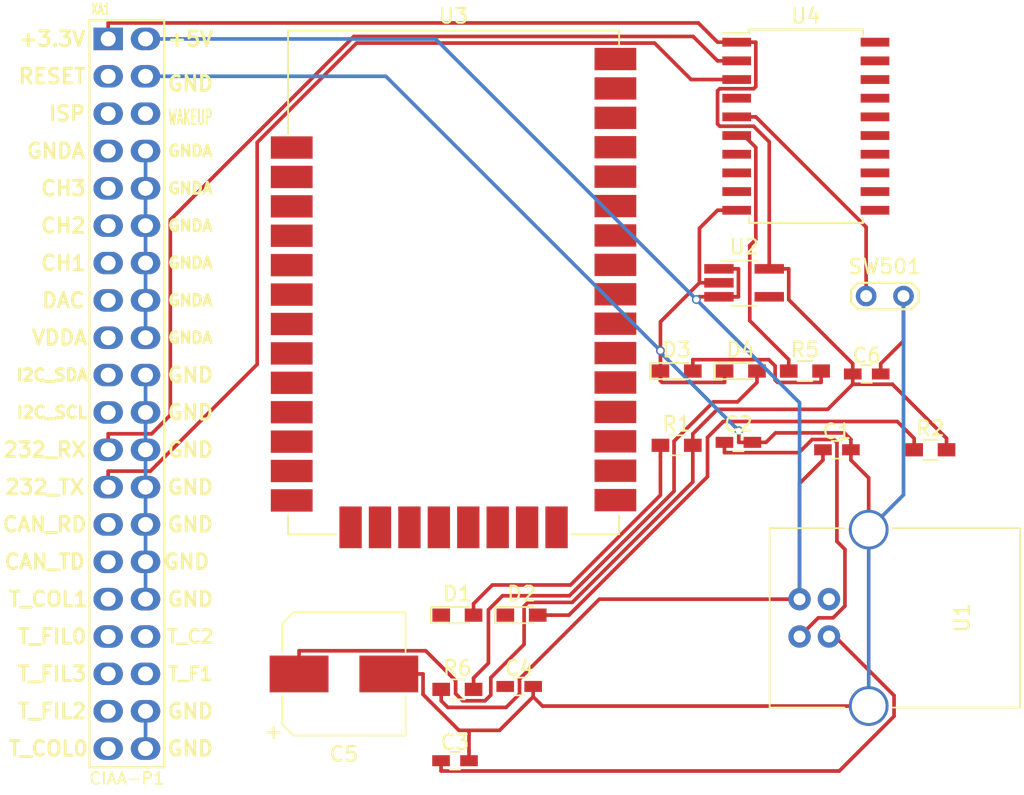
<source format=kicad_pcb>
(kicad_pcb (version 4) (host pcbnew 4.0.4-stable)

  (general
    (links 46)
    (no_connects 0)
    (area 140.904257 102.62301 209.785001 157.41711)
    (thickness 1.6)
    (drawings 0)
    (tracks 196)
    (zones 0)
    (modules 20)
    (nets 56)
  )

  (page A4)
  (title_block
    (title "Xbee EDU-CIA")
    (date 2017-07-16)
    (rev V1.2)
    (company "Por: Ing. Franklin Angulo")
    (comment 1 "Revisión Inicial: Gaston Coche")
    (comment 2 "Revisión Final: Diego Brengi")
    (comment 3 "CESE TP Final")
    (comment 4 "Sistemas embebidos UBA")
  )

  (layers
    (0 F.Cu signal)
    (31 B.Cu signal)
    (32 B.Adhes user)
    (33 F.Adhes user)
    (34 B.Paste user)
    (35 F.Paste user)
    (36 B.SilkS user)
    (37 F.SilkS user)
    (38 B.Mask user)
    (39 F.Mask user)
    (40 Dwgs.User user)
    (41 Cmts.User user)
    (42 Eco1.User user)
    (43 Eco2.User user)
    (44 Edge.Cuts user)
    (45 Margin user)
    (46 B.CrtYd user)
    (47 F.CrtYd user)
    (48 B.Fab user)
    (49 F.Fab user)
  )

  (setup
    (last_trace_width 0.25)
    (trace_clearance 0.2)
    (zone_clearance 0.508)
    (zone_45_only no)
    (trace_min 0.2)
    (segment_width 0.2)
    (edge_width 0.15)
    (via_size 0.6)
    (via_drill 0.4)
    (via_min_size 0.4)
    (via_min_drill 0.3)
    (uvia_size 0.3)
    (uvia_drill 0.1)
    (uvias_allowed no)
    (uvia_min_size 0.2)
    (uvia_min_drill 0.1)
    (pcb_text_width 0.3)
    (pcb_text_size 1.5 1.5)
    (mod_edge_width 0.15)
    (mod_text_size 1 1)
    (mod_text_width 0.15)
    (pad_size 1.524 1.524)
    (pad_drill 0.762)
    (pad_to_mask_clearance 0.2)
    (aux_axis_origin 0 0)
    (visible_elements FFFFFF7F)
    (pcbplotparams
      (layerselection 0x00030_80000001)
      (usegerberextensions false)
      (excludeedgelayer true)
      (linewidth 0.100000)
      (plotframeref false)
      (viasonmask false)
      (mode 1)
      (useauxorigin false)
      (hpglpennumber 1)
      (hpglpenspeed 20)
      (hpglpendiameter 15)
      (hpglpenoverlay 2)
      (psnegative false)
      (psa4output false)
      (plotreference true)
      (plotvalue true)
      (plotinvisibletext false)
      (padsonsilk false)
      (subtractmaskfromsilk false)
      (outputformat 1)
      (mirror false)
      (drillshape 1)
      (scaleselection 1)
      (outputdirectory ""))
  )

  (net 0 "")
  (net 1 +5V)
  (net 2 GND)
  (net 3 /D-)
  (net 4 /D+)
  (net 5 "Net-(C4-Pad1)")
  (net 6 +3V3)
  (net 7 "Net-(D1-Pad1)")
  (net 8 "Net-(D1-Pad2)")
  (net 9 "Net-(D2-Pad1)")
  (net 10 "Net-(D2-Pad2)")
  (net 11 "Net-(D3-Pad2)")
  (net 12 "Net-(D4-Pad2)")
  (net 13 /RSSI)
  (net 14 /RESET)
  (net 15 "Net-(U1-Pad4)")
  (net 16 "Net-(U2-Pad4)")
  (net 17 /DOUT)
  (net 18 /DIN)
  (net 19 /DIO12)
  (net 20 /DIO11)
  (net 21 /RES1)
  (net 22 /DTR_XBEE)
  (net 23 /DIO4)
  (net 24 /CTS_XBEE)
  (net 25 /DIO9)
  (net 26 /RES2)
  (net 27 /DIO5)
  (net 28 /RTS_XBEE)
  (net 29 /DIO3)
  (net 30 /DIO2)
  (net 31 /DIO1)
  (net 32 /DIO0)
  (net 33 "Net-(XA1-Pad11)")
  (net 34 "Net-(XA1-Pad13)")
  (net 35 "Net-(XA1-Pad6)")
  (net 36 "Net-(XA1-Pad15)")
  (net 37 "Net-(XA1-Pad10)")
  (net 38 "Net-(XA1-Pad17)")
  (net 39 "Net-(XA1-Pad19)")
  (net 40 "Net-(XA1-Pad21)")
  (net 41 "Net-(XA1-Pad27)")
  (net 42 "Net-(XA1-Pad20)")
  (net 43 "Net-(XA1-Pad29)")
  (net 44 "Net-(XA1-Pad31)")
  (net 45 "Net-(XA1-Pad33)")
  (net 46 "Net-(XA1-Pad34)")
  (net 47 "Net-(XA1-Pad36)")
  (net 48 "Net-(XA1-Pad38)")
  (net 49 "Net-(XA1-Pad35)")
  (net 50 "Net-(XA1-Pad37)")
  (net 51 "Net-(XA1-Pad3)")
  (net 52 "Net-(XA1-Pad5)")
  (net 53 "Net-(XA1-Pad7)")
  (net 54 "Net-(XA1-Pad9)")
  (net 55 "Net-(XA1-Pad39)")

  (net_class Default "Esta es la clase de red por defecto."
    (clearance 0.2)
    (trace_width 0.25)
    (via_dia 0.6)
    (via_drill 0.4)
    (uvia_dia 0.3)
    (uvia_drill 0.1)
    (add_net +3V3)
    (add_net +5V)
    (add_net /CTS_XBEE)
    (add_net /D+)
    (add_net /D-)
    (add_net /DIN)
    (add_net /DIO0)
    (add_net /DIO1)
    (add_net /DIO11)
    (add_net /DIO12)
    (add_net /DIO2)
    (add_net /DIO3)
    (add_net /DIO4)
    (add_net /DIO5)
    (add_net /DIO9)
    (add_net /DOUT)
    (add_net /DTR_XBEE)
    (add_net /RES1)
    (add_net /RES2)
    (add_net /RESET)
    (add_net /RSSI)
    (add_net /RTS_XBEE)
    (add_net GND)
    (add_net "Net-(C4-Pad1)")
    (add_net "Net-(D1-Pad1)")
    (add_net "Net-(D1-Pad2)")
    (add_net "Net-(D2-Pad1)")
    (add_net "Net-(D2-Pad2)")
    (add_net "Net-(D3-Pad2)")
    (add_net "Net-(D4-Pad2)")
    (add_net "Net-(U1-Pad4)")
    (add_net "Net-(U2-Pad4)")
    (add_net "Net-(XA1-Pad10)")
    (add_net "Net-(XA1-Pad11)")
    (add_net "Net-(XA1-Pad13)")
    (add_net "Net-(XA1-Pad15)")
    (add_net "Net-(XA1-Pad17)")
    (add_net "Net-(XA1-Pad19)")
    (add_net "Net-(XA1-Pad20)")
    (add_net "Net-(XA1-Pad21)")
    (add_net "Net-(XA1-Pad27)")
    (add_net "Net-(XA1-Pad29)")
    (add_net "Net-(XA1-Pad3)")
    (add_net "Net-(XA1-Pad31)")
    (add_net "Net-(XA1-Pad33)")
    (add_net "Net-(XA1-Pad34)")
    (add_net "Net-(XA1-Pad35)")
    (add_net "Net-(XA1-Pad36)")
    (add_net "Net-(XA1-Pad37)")
    (add_net "Net-(XA1-Pad38)")
    (add_net "Net-(XA1-Pad39)")
    (add_net "Net-(XA1-Pad5)")
    (add_net "Net-(XA1-Pad6)")
    (add_net "Net-(XA1-Pad7)")
    (add_net "Net-(XA1-Pad9)")
  )

  (module Capacitors_SMD:C_0603_HandSoldering (layer F.Cu) (tedit 58AA848B) (tstamp 596BE127)
    (at 196.85 133.35)
    (descr "Capacitor SMD 0603, hand soldering")
    (tags "capacitor 0603")
    (path /596C7525)
    (attr smd)
    (fp_text reference C1 (at 0 -1.25) (layer F.SilkS)
      (effects (font (size 1 1) (thickness 0.15)))
    )
    (fp_text value C (at 0 1.5) (layer F.Fab)
      (effects (font (size 1 1) (thickness 0.15)))
    )
    (fp_text user %R (at 0 -1.25) (layer F.Fab)
      (effects (font (size 1 1) (thickness 0.15)))
    )
    (fp_line (start -0.8 0.4) (end -0.8 -0.4) (layer F.Fab) (width 0.1))
    (fp_line (start 0.8 0.4) (end -0.8 0.4) (layer F.Fab) (width 0.1))
    (fp_line (start 0.8 -0.4) (end 0.8 0.4) (layer F.Fab) (width 0.1))
    (fp_line (start -0.8 -0.4) (end 0.8 -0.4) (layer F.Fab) (width 0.1))
    (fp_line (start -0.35 -0.6) (end 0.35 -0.6) (layer F.SilkS) (width 0.12))
    (fp_line (start 0.35 0.6) (end -0.35 0.6) (layer F.SilkS) (width 0.12))
    (fp_line (start -1.8 -0.65) (end 1.8 -0.65) (layer F.CrtYd) (width 0.05))
    (fp_line (start -1.8 -0.65) (end -1.8 0.65) (layer F.CrtYd) (width 0.05))
    (fp_line (start 1.8 0.65) (end 1.8 -0.65) (layer F.CrtYd) (width 0.05))
    (fp_line (start 1.8 0.65) (end -1.8 0.65) (layer F.CrtYd) (width 0.05))
    (pad 1 smd rect (at -0.95 0) (size 1.2 0.75) (layers F.Cu F.Paste F.Mask)
      (net 1 +5V))
    (pad 2 smd rect (at 0.95 0) (size 1.2 0.75) (layers F.Cu F.Paste F.Mask)
      (net 2 GND))
    (model Capacitors_SMD.3dshapes/C_0603.wrl
      (at (xyz 0 0 0))
      (scale (xyz 1 1 1))
      (rotate (xyz 0 0 0))
    )
  )

  (module Capacitors_SMD:C_0603_HandSoldering (layer F.Cu) (tedit 58AA848B) (tstamp 596BE138)
    (at 190.155 132.845)
    (descr "Capacitor SMD 0603, hand soldering")
    (tags "capacitor 0603")
    (path /596C76FB)
    (attr smd)
    (fp_text reference C2 (at 0 -1.25) (layer F.SilkS)
      (effects (font (size 1 1) (thickness 0.15)))
    )
    (fp_text value C (at 0 1.5) (layer F.Fab)
      (effects (font (size 1 1) (thickness 0.15)))
    )
    (fp_text user %R (at 0 -1.25) (layer F.Fab)
      (effects (font (size 1 1) (thickness 0.15)))
    )
    (fp_line (start -0.8 0.4) (end -0.8 -0.4) (layer F.Fab) (width 0.1))
    (fp_line (start 0.8 0.4) (end -0.8 0.4) (layer F.Fab) (width 0.1))
    (fp_line (start 0.8 -0.4) (end 0.8 0.4) (layer F.Fab) (width 0.1))
    (fp_line (start -0.8 -0.4) (end 0.8 -0.4) (layer F.Fab) (width 0.1))
    (fp_line (start -0.35 -0.6) (end 0.35 -0.6) (layer F.SilkS) (width 0.12))
    (fp_line (start 0.35 0.6) (end -0.35 0.6) (layer F.SilkS) (width 0.12))
    (fp_line (start -1.8 -0.65) (end 1.8 -0.65) (layer F.CrtYd) (width 0.05))
    (fp_line (start -1.8 -0.65) (end -1.8 0.65) (layer F.CrtYd) (width 0.05))
    (fp_line (start 1.8 0.65) (end 1.8 -0.65) (layer F.CrtYd) (width 0.05))
    (fp_line (start 1.8 0.65) (end -1.8 0.65) (layer F.CrtYd) (width 0.05))
    (pad 1 smd rect (at -0.95 0) (size 1.2 0.75) (layers F.Cu F.Paste F.Mask)
      (net 3 /D-))
    (pad 2 smd rect (at 0.95 0) (size 1.2 0.75) (layers F.Cu F.Paste F.Mask)
      (net 2 GND))
    (model Capacitors_SMD.3dshapes/C_0603.wrl
      (at (xyz 0 0 0))
      (scale (xyz 1 1 1))
      (rotate (xyz 0 0 0))
    )
  )

  (module Capacitors_SMD:C_0603_HandSoldering (layer F.Cu) (tedit 58AA848B) (tstamp 596BE149)
    (at 170.895 154.495)
    (descr "Capacitor SMD 0603, hand soldering")
    (tags "capacitor 0603")
    (path /596C7803)
    (attr smd)
    (fp_text reference C3 (at 0 -1.25) (layer F.SilkS)
      (effects (font (size 1 1) (thickness 0.15)))
    )
    (fp_text value C (at 0 1.5) (layer F.Fab)
      (effects (font (size 1 1) (thickness 0.15)))
    )
    (fp_text user %R (at 0 -1.25) (layer F.Fab)
      (effects (font (size 1 1) (thickness 0.15)))
    )
    (fp_line (start -0.8 0.4) (end -0.8 -0.4) (layer F.Fab) (width 0.1))
    (fp_line (start 0.8 0.4) (end -0.8 0.4) (layer F.Fab) (width 0.1))
    (fp_line (start 0.8 -0.4) (end 0.8 0.4) (layer F.Fab) (width 0.1))
    (fp_line (start -0.8 -0.4) (end 0.8 -0.4) (layer F.Fab) (width 0.1))
    (fp_line (start -0.35 -0.6) (end 0.35 -0.6) (layer F.SilkS) (width 0.12))
    (fp_line (start 0.35 0.6) (end -0.35 0.6) (layer F.SilkS) (width 0.12))
    (fp_line (start -1.8 -0.65) (end 1.8 -0.65) (layer F.CrtYd) (width 0.05))
    (fp_line (start -1.8 -0.65) (end -1.8 0.65) (layer F.CrtYd) (width 0.05))
    (fp_line (start 1.8 0.65) (end 1.8 -0.65) (layer F.CrtYd) (width 0.05))
    (fp_line (start 1.8 0.65) (end -1.8 0.65) (layer F.CrtYd) (width 0.05))
    (pad 1 smd rect (at -0.95 0) (size 1.2 0.75) (layers F.Cu F.Paste F.Mask)
      (net 4 /D+))
    (pad 2 smd rect (at 0.95 0) (size 1.2 0.75) (layers F.Cu F.Paste F.Mask)
      (net 2 GND))
    (model Capacitors_SMD.3dshapes/C_0603.wrl
      (at (xyz 0 0 0))
      (scale (xyz 1 1 1))
      (rotate (xyz 0 0 0))
    )
  )

  (module Capacitors_SMD:C_0603_HandSoldering (layer F.Cu) (tedit 58AA848B) (tstamp 596BE15A)
    (at 175.255 149.445)
    (descr "Capacitor SMD 0603, hand soldering")
    (tags "capacitor 0603")
    (path /596C604B)
    (attr smd)
    (fp_text reference C4 (at 0 -1.25) (layer F.SilkS)
      (effects (font (size 1 1) (thickness 0.15)))
    )
    (fp_text value C (at 0 1.5) (layer F.Fab)
      (effects (font (size 1 1) (thickness 0.15)))
    )
    (fp_text user %R (at 0 -1.25) (layer F.Fab)
      (effects (font (size 1 1) (thickness 0.15)))
    )
    (fp_line (start -0.8 0.4) (end -0.8 -0.4) (layer F.Fab) (width 0.1))
    (fp_line (start 0.8 0.4) (end -0.8 0.4) (layer F.Fab) (width 0.1))
    (fp_line (start 0.8 -0.4) (end 0.8 0.4) (layer F.Fab) (width 0.1))
    (fp_line (start -0.8 -0.4) (end 0.8 -0.4) (layer F.Fab) (width 0.1))
    (fp_line (start -0.35 -0.6) (end 0.35 -0.6) (layer F.SilkS) (width 0.12))
    (fp_line (start 0.35 0.6) (end -0.35 0.6) (layer F.SilkS) (width 0.12))
    (fp_line (start -1.8 -0.65) (end 1.8 -0.65) (layer F.CrtYd) (width 0.05))
    (fp_line (start -1.8 -0.65) (end -1.8 0.65) (layer F.CrtYd) (width 0.05))
    (fp_line (start 1.8 0.65) (end 1.8 -0.65) (layer F.CrtYd) (width 0.05))
    (fp_line (start 1.8 0.65) (end -1.8 0.65) (layer F.CrtYd) (width 0.05))
    (pad 1 smd rect (at -0.95 0) (size 1.2 0.75) (layers F.Cu F.Paste F.Mask)
      (net 5 "Net-(C4-Pad1)"))
    (pad 2 smd rect (at 0.95 0) (size 1.2 0.75) (layers F.Cu F.Paste F.Mask)
      (net 2 GND))
    (model Capacitors_SMD.3dshapes/C_0603.wrl
      (at (xyz 0 0 0))
      (scale (xyz 1 1 1))
      (rotate (xyz 0 0 0))
    )
  )

  (module Capacitors_SMD:CP_Elec_8x10 (layer F.Cu) (tedit 58AA9153) (tstamp 596BE176)
    (at 163.345 148.595)
    (descr "SMT capacitor, aluminium electrolytic, 8x10")
    (path /597325C7)
    (attr smd)
    (fp_text reference C5 (at 0 5.45) (layer F.SilkS)
      (effects (font (size 1 1) (thickness 0.15)))
    )
    (fp_text value CP1 (at 0 -5.45) (layer F.Fab)
      (effects (font (size 1 1) (thickness 0.15)))
    )
    (fp_circle (center 0 0) (end -0.6 3.9) (layer F.Fab) (width 0.1))
    (fp_text user + (at -2.31 -0.08) (layer F.Fab)
      (effects (font (size 1 1) (thickness 0.15)))
    )
    (fp_text user + (at -4.78 3.9) (layer F.SilkS)
      (effects (font (size 1 1) (thickness 0.15)))
    )
    (fp_text user %R (at 0 5.45) (layer F.Fab)
      (effects (font (size 1 1) (thickness 0.15)))
    )
    (fp_line (start 4.04 4.04) (end 4.04 -4.04) (layer F.Fab) (width 0.1))
    (fp_line (start -3.37 4.04) (end 4.04 4.04) (layer F.Fab) (width 0.1))
    (fp_line (start -4.04 3.37) (end -3.37 4.04) (layer F.Fab) (width 0.1))
    (fp_line (start -4.04 -3.37) (end -4.04 3.37) (layer F.Fab) (width 0.1))
    (fp_line (start -3.37 -4.04) (end -4.04 -3.37) (layer F.Fab) (width 0.1))
    (fp_line (start 4.04 -4.04) (end -3.37 -4.04) (layer F.Fab) (width 0.1))
    (fp_line (start 4.19 4.19) (end 4.19 1.51) (layer F.SilkS) (width 0.12))
    (fp_line (start 4.19 -4.19) (end 4.19 -1.51) (layer F.SilkS) (width 0.12))
    (fp_line (start -4.19 -3.43) (end -4.19 -1.51) (layer F.SilkS) (width 0.12))
    (fp_line (start -4.19 3.43) (end -4.19 1.51) (layer F.SilkS) (width 0.12))
    (fp_line (start 4.19 4.19) (end -3.43 4.19) (layer F.SilkS) (width 0.12))
    (fp_line (start -3.43 4.19) (end -4.19 3.43) (layer F.SilkS) (width 0.12))
    (fp_line (start -4.19 -3.43) (end -3.43 -4.19) (layer F.SilkS) (width 0.12))
    (fp_line (start -3.43 -4.19) (end 4.19 -4.19) (layer F.SilkS) (width 0.12))
    (fp_line (start -5.3 -4.29) (end 5.3 -4.29) (layer F.CrtYd) (width 0.05))
    (fp_line (start -5.3 -4.29) (end -5.3 4.29) (layer F.CrtYd) (width 0.05))
    (fp_line (start 5.3 4.29) (end 5.3 -4.29) (layer F.CrtYd) (width 0.05))
    (fp_line (start 5.3 4.29) (end -5.3 4.29) (layer F.CrtYd) (width 0.05))
    (pad 1 smd rect (at -3.05 0 180) (size 4 2.5) (layers F.Cu F.Paste F.Mask)
      (net 6 +3V3))
    (pad 2 smd rect (at 3.05 0 180) (size 4 2.5) (layers F.Cu F.Paste F.Mask)
      (net 2 GND))
    (model Capacitors_SMD.3dshapes/CP_Elec_8x10.wrl
      (at (xyz 0 0 0))
      (scale (xyz 1 1 1))
      (rotate (xyz 0 0 180))
    )
  )

  (module Capacitors_SMD:C_0603_HandSoldering (layer F.Cu) (tedit 58AA848B) (tstamp 596BE187)
    (at 198.875 128.195)
    (descr "Capacitor SMD 0603, hand soldering")
    (tags "capacitor 0603")
    (path /597326E3)
    (attr smd)
    (fp_text reference C6 (at 0 -1.25) (layer F.SilkS)
      (effects (font (size 1 1) (thickness 0.15)))
    )
    (fp_text value C (at 0 1.5) (layer F.Fab)
      (effects (font (size 1 1) (thickness 0.15)))
    )
    (fp_text user %R (at 0 -1.25) (layer F.Fab)
      (effects (font (size 1 1) (thickness 0.15)))
    )
    (fp_line (start -0.8 0.4) (end -0.8 -0.4) (layer F.Fab) (width 0.1))
    (fp_line (start 0.8 0.4) (end -0.8 0.4) (layer F.Fab) (width 0.1))
    (fp_line (start 0.8 -0.4) (end 0.8 0.4) (layer F.Fab) (width 0.1))
    (fp_line (start -0.8 -0.4) (end 0.8 -0.4) (layer F.Fab) (width 0.1))
    (fp_line (start -0.35 -0.6) (end 0.35 -0.6) (layer F.SilkS) (width 0.12))
    (fp_line (start 0.35 0.6) (end -0.35 0.6) (layer F.SilkS) (width 0.12))
    (fp_line (start -1.8 -0.65) (end 1.8 -0.65) (layer F.CrtYd) (width 0.05))
    (fp_line (start -1.8 -0.65) (end -1.8 0.65) (layer F.CrtYd) (width 0.05))
    (fp_line (start 1.8 0.65) (end 1.8 -0.65) (layer F.CrtYd) (width 0.05))
    (fp_line (start 1.8 0.65) (end -1.8 0.65) (layer F.CrtYd) (width 0.05))
    (pad 1 smd rect (at -0.95 0) (size 1.2 0.75) (layers F.Cu F.Paste F.Mask)
      (net 6 +3V3))
    (pad 2 smd rect (at 0.95 0) (size 1.2 0.75) (layers F.Cu F.Paste F.Mask)
      (net 2 GND))
    (model Capacitors_SMD.3dshapes/C_0603.wrl
      (at (xyz 0 0 0))
      (scale (xyz 1 1 1))
      (rotate (xyz 0 0 0))
    )
  )

  (module LEDs:LED_0603_HandSoldering (layer F.Cu) (tedit 595FC9C0) (tstamp 596BE19C)
    (at 171.055 144.595)
    (descr "LED SMD 0603, hand soldering")
    (tags "LED 0603")
    (path /596D4642)
    (attr smd)
    (fp_text reference D1 (at 0 -1.45) (layer F.SilkS)
      (effects (font (size 1 1) (thickness 0.15)))
    )
    (fp_text value LED (at 0 1.55) (layer F.Fab)
      (effects (font (size 1 1) (thickness 0.15)))
    )
    (fp_line (start -1.8 -0.55) (end -1.8 0.55) (layer F.SilkS) (width 0.12))
    (fp_line (start -0.2 -0.2) (end -0.2 0.2) (layer F.Fab) (width 0.1))
    (fp_line (start -0.15 0) (end 0.15 -0.2) (layer F.Fab) (width 0.1))
    (fp_line (start 0.15 0.2) (end -0.15 0) (layer F.Fab) (width 0.1))
    (fp_line (start 0.15 -0.2) (end 0.15 0.2) (layer F.Fab) (width 0.1))
    (fp_line (start 0.8 0.4) (end -0.8 0.4) (layer F.Fab) (width 0.1))
    (fp_line (start 0.8 -0.4) (end 0.8 0.4) (layer F.Fab) (width 0.1))
    (fp_line (start -0.8 -0.4) (end 0.8 -0.4) (layer F.Fab) (width 0.1))
    (fp_line (start -1.8 0.55) (end 0.8 0.55) (layer F.SilkS) (width 0.12))
    (fp_line (start -1.8 -0.55) (end 0.8 -0.55) (layer F.SilkS) (width 0.12))
    (fp_line (start -1.96 -0.7) (end 1.95 -0.7) (layer F.CrtYd) (width 0.05))
    (fp_line (start -1.96 -0.7) (end -1.96 0.7) (layer F.CrtYd) (width 0.05))
    (fp_line (start 1.95 0.7) (end 1.95 -0.7) (layer F.CrtYd) (width 0.05))
    (fp_line (start 1.95 0.7) (end -1.96 0.7) (layer F.CrtYd) (width 0.05))
    (fp_line (start -0.8 -0.4) (end -0.8 0.4) (layer F.Fab) (width 0.1))
    (pad 1 smd rect (at -1.1 0) (size 1.2 0.9) (layers F.Cu F.Paste F.Mask)
      (net 7 "Net-(D1-Pad1)"))
    (pad 2 smd rect (at 1.1 0) (size 1.2 0.9) (layers F.Cu F.Paste F.Mask)
      (net 8 "Net-(D1-Pad2)"))
    (model ${KISYS3DMOD}/LEDs.3dshapes/LED_0603.wrl
      (at (xyz 0 0 0))
      (scale (xyz 1 1 1))
      (rotate (xyz 0 0 180))
    )
  )

  (module LEDs:LED_0603_HandSoldering (layer F.Cu) (tedit 595FC9C0) (tstamp 596BE1B1)
    (at 175.415 144.595)
    (descr "LED SMD 0603, hand soldering")
    (tags "LED 0603")
    (path /596D480E)
    (attr smd)
    (fp_text reference D2 (at 0 -1.45) (layer F.SilkS)
      (effects (font (size 1 1) (thickness 0.15)))
    )
    (fp_text value LED (at 0 1.55) (layer F.Fab)
      (effects (font (size 1 1) (thickness 0.15)))
    )
    (fp_line (start -1.8 -0.55) (end -1.8 0.55) (layer F.SilkS) (width 0.12))
    (fp_line (start -0.2 -0.2) (end -0.2 0.2) (layer F.Fab) (width 0.1))
    (fp_line (start -0.15 0) (end 0.15 -0.2) (layer F.Fab) (width 0.1))
    (fp_line (start 0.15 0.2) (end -0.15 0) (layer F.Fab) (width 0.1))
    (fp_line (start 0.15 -0.2) (end 0.15 0.2) (layer F.Fab) (width 0.1))
    (fp_line (start 0.8 0.4) (end -0.8 0.4) (layer F.Fab) (width 0.1))
    (fp_line (start 0.8 -0.4) (end 0.8 0.4) (layer F.Fab) (width 0.1))
    (fp_line (start -0.8 -0.4) (end 0.8 -0.4) (layer F.Fab) (width 0.1))
    (fp_line (start -1.8 0.55) (end 0.8 0.55) (layer F.SilkS) (width 0.12))
    (fp_line (start -1.8 -0.55) (end 0.8 -0.55) (layer F.SilkS) (width 0.12))
    (fp_line (start -1.96 -0.7) (end 1.95 -0.7) (layer F.CrtYd) (width 0.05))
    (fp_line (start -1.96 -0.7) (end -1.96 0.7) (layer F.CrtYd) (width 0.05))
    (fp_line (start 1.95 0.7) (end 1.95 -0.7) (layer F.CrtYd) (width 0.05))
    (fp_line (start 1.95 0.7) (end -1.96 0.7) (layer F.CrtYd) (width 0.05))
    (fp_line (start -0.8 -0.4) (end -0.8 0.4) (layer F.Fab) (width 0.1))
    (pad 1 smd rect (at -1.1 0) (size 1.2 0.9) (layers F.Cu F.Paste F.Mask)
      (net 9 "Net-(D2-Pad1)"))
    (pad 2 smd rect (at 1.1 0) (size 1.2 0.9) (layers F.Cu F.Paste F.Mask)
      (net 10 "Net-(D2-Pad2)"))
    (model ${KISYS3DMOD}/LEDs.3dshapes/LED_0603.wrl
      (at (xyz 0 0 0))
      (scale (xyz 1 1 1))
      (rotate (xyz 0 0 180))
    )
  )

  (module LEDs:LED_0603_HandSoldering (layer F.Cu) (tedit 595FC9C0) (tstamp 596BE1C6)
    (at 185.955 127.995)
    (descr "LED SMD 0603, hand soldering")
    (tags "LED 0603")
    (path /5973B26D)
    (attr smd)
    (fp_text reference D3 (at 0 -1.45) (layer F.SilkS)
      (effects (font (size 1 1) (thickness 0.15)))
    )
    (fp_text value LED (at 0 1.55) (layer F.Fab)
      (effects (font (size 1 1) (thickness 0.15)))
    )
    (fp_line (start -1.8 -0.55) (end -1.8 0.55) (layer F.SilkS) (width 0.12))
    (fp_line (start -0.2 -0.2) (end -0.2 0.2) (layer F.Fab) (width 0.1))
    (fp_line (start -0.15 0) (end 0.15 -0.2) (layer F.Fab) (width 0.1))
    (fp_line (start 0.15 0.2) (end -0.15 0) (layer F.Fab) (width 0.1))
    (fp_line (start 0.15 -0.2) (end 0.15 0.2) (layer F.Fab) (width 0.1))
    (fp_line (start 0.8 0.4) (end -0.8 0.4) (layer F.Fab) (width 0.1))
    (fp_line (start 0.8 -0.4) (end 0.8 0.4) (layer F.Fab) (width 0.1))
    (fp_line (start -0.8 -0.4) (end 0.8 -0.4) (layer F.Fab) (width 0.1))
    (fp_line (start -1.8 0.55) (end 0.8 0.55) (layer F.SilkS) (width 0.12))
    (fp_line (start -1.8 -0.55) (end 0.8 -0.55) (layer F.SilkS) (width 0.12))
    (fp_line (start -1.96 -0.7) (end 1.95 -0.7) (layer F.CrtYd) (width 0.05))
    (fp_line (start -1.96 -0.7) (end -1.96 0.7) (layer F.CrtYd) (width 0.05))
    (fp_line (start 1.95 0.7) (end 1.95 -0.7) (layer F.CrtYd) (width 0.05))
    (fp_line (start 1.95 0.7) (end -1.96 0.7) (layer F.CrtYd) (width 0.05))
    (fp_line (start -0.8 -0.4) (end -0.8 0.4) (layer F.Fab) (width 0.1))
    (pad 1 smd rect (at -1.1 0) (size 1.2 0.9) (layers F.Cu F.Paste F.Mask)
      (net 2 GND))
    (pad 2 smd rect (at 1.1 0) (size 1.2 0.9) (layers F.Cu F.Paste F.Mask)
      (net 11 "Net-(D3-Pad2)"))
    (model ${KISYS3DMOD}/LEDs.3dshapes/LED_0603.wrl
      (at (xyz 0 0 0))
      (scale (xyz 1 1 1))
      (rotate (xyz 0 0 180))
    )
  )

  (module LEDs:LED_0603_HandSoldering (layer F.Cu) (tedit 595FC9C0) (tstamp 596BE1DB)
    (at 190.315 127.995)
    (descr "LED SMD 0603, hand soldering")
    (tags "LED 0603")
    (path /5973D894)
    (attr smd)
    (fp_text reference D4 (at 0 -1.45) (layer F.SilkS)
      (effects (font (size 1 1) (thickness 0.15)))
    )
    (fp_text value LED (at 0 1.55) (layer F.Fab)
      (effects (font (size 1 1) (thickness 0.15)))
    )
    (fp_line (start -1.8 -0.55) (end -1.8 0.55) (layer F.SilkS) (width 0.12))
    (fp_line (start -0.2 -0.2) (end -0.2 0.2) (layer F.Fab) (width 0.1))
    (fp_line (start -0.15 0) (end 0.15 -0.2) (layer F.Fab) (width 0.1))
    (fp_line (start 0.15 0.2) (end -0.15 0) (layer F.Fab) (width 0.1))
    (fp_line (start 0.15 -0.2) (end 0.15 0.2) (layer F.Fab) (width 0.1))
    (fp_line (start 0.8 0.4) (end -0.8 0.4) (layer F.Fab) (width 0.1))
    (fp_line (start 0.8 -0.4) (end 0.8 0.4) (layer F.Fab) (width 0.1))
    (fp_line (start -0.8 -0.4) (end 0.8 -0.4) (layer F.Fab) (width 0.1))
    (fp_line (start -1.8 0.55) (end 0.8 0.55) (layer F.SilkS) (width 0.12))
    (fp_line (start -1.8 -0.55) (end 0.8 -0.55) (layer F.SilkS) (width 0.12))
    (fp_line (start -1.96 -0.7) (end 1.95 -0.7) (layer F.CrtYd) (width 0.05))
    (fp_line (start -1.96 -0.7) (end -1.96 0.7) (layer F.CrtYd) (width 0.05))
    (fp_line (start 1.95 0.7) (end 1.95 -0.7) (layer F.CrtYd) (width 0.05))
    (fp_line (start 1.95 0.7) (end -1.96 0.7) (layer F.CrtYd) (width 0.05))
    (fp_line (start -0.8 -0.4) (end -0.8 0.4) (layer F.Fab) (width 0.1))
    (pad 1 smd rect (at -1.1 0) (size 1.2 0.9) (layers F.Cu F.Paste F.Mask)
      (net 2 GND))
    (pad 2 smd rect (at 1.1 0) (size 1.2 0.9) (layers F.Cu F.Paste F.Mask)
      (net 12 "Net-(D4-Pad2)"))
    (model ${KISYS3DMOD}/LEDs.3dshapes/LED_0603.wrl
      (at (xyz 0 0 0))
      (scale (xyz 1 1 1))
      (rotate (xyz 0 0 180))
    )
  )

  (module Resistors_SMD:R_0603_HandSoldering (layer F.Cu) (tedit 58E0A804) (tstamp 596BE1EC)
    (at 185.955 133.045)
    (descr "Resistor SMD 0603, hand soldering")
    (tags "resistor 0603")
    (path /596D498A)
    (attr smd)
    (fp_text reference R1 (at 0 -1.45) (layer F.SilkS)
      (effects (font (size 1 1) (thickness 0.15)))
    )
    (fp_text value R (at 0 1.55) (layer F.Fab)
      (effects (font (size 1 1) (thickness 0.15)))
    )
    (fp_text user %R (at 0 0) (layer F.Fab)
      (effects (font (size 0.5 0.5) (thickness 0.075)))
    )
    (fp_line (start -0.8 0.4) (end -0.8 -0.4) (layer F.Fab) (width 0.1))
    (fp_line (start 0.8 0.4) (end -0.8 0.4) (layer F.Fab) (width 0.1))
    (fp_line (start 0.8 -0.4) (end 0.8 0.4) (layer F.Fab) (width 0.1))
    (fp_line (start -0.8 -0.4) (end 0.8 -0.4) (layer F.Fab) (width 0.1))
    (fp_line (start 0.5 0.68) (end -0.5 0.68) (layer F.SilkS) (width 0.12))
    (fp_line (start -0.5 -0.68) (end 0.5 -0.68) (layer F.SilkS) (width 0.12))
    (fp_line (start -1.96 -0.7) (end 1.95 -0.7) (layer F.CrtYd) (width 0.05))
    (fp_line (start -1.96 -0.7) (end -1.96 0.7) (layer F.CrtYd) (width 0.05))
    (fp_line (start 1.95 0.7) (end 1.95 -0.7) (layer F.CrtYd) (width 0.05))
    (fp_line (start 1.95 0.7) (end -1.96 0.7) (layer F.CrtYd) (width 0.05))
    (pad 1 smd rect (at -1.1 0) (size 1.2 0.9) (layers F.Cu F.Paste F.Mask)
      (net 8 "Net-(D1-Pad2)"))
    (pad 2 smd rect (at 1.1 0) (size 1.2 0.9) (layers F.Cu F.Paste F.Mask)
      (net 6 +3V3))
    (model ${KISYS3DMOD}/Resistors_SMD.3dshapes/R_0603.wrl
      (at (xyz 0 0 0))
      (scale (xyz 1 1 1))
      (rotate (xyz 0 0 0))
    )
  )

  (module Resistors_SMD:R_0603_HandSoldering (layer F.Cu) (tedit 58E0A804) (tstamp 596BE1FD)
    (at 203.2 133.35)
    (descr "Resistor SMD 0603, hand soldering")
    (tags "resistor 0603")
    (path /596D4ABE)
    (attr smd)
    (fp_text reference R2 (at 0 -1.45) (layer F.SilkS)
      (effects (font (size 1 1) (thickness 0.15)))
    )
    (fp_text value R (at 0 1.55) (layer F.Fab)
      (effects (font (size 1 1) (thickness 0.15)))
    )
    (fp_text user %R (at 0 0) (layer F.Fab)
      (effects (font (size 0.5 0.5) (thickness 0.075)))
    )
    (fp_line (start -0.8 0.4) (end -0.8 -0.4) (layer F.Fab) (width 0.1))
    (fp_line (start 0.8 0.4) (end -0.8 0.4) (layer F.Fab) (width 0.1))
    (fp_line (start 0.8 -0.4) (end 0.8 0.4) (layer F.Fab) (width 0.1))
    (fp_line (start -0.8 -0.4) (end 0.8 -0.4) (layer F.Fab) (width 0.1))
    (fp_line (start 0.5 0.68) (end -0.5 0.68) (layer F.SilkS) (width 0.12))
    (fp_line (start -0.5 -0.68) (end 0.5 -0.68) (layer F.SilkS) (width 0.12))
    (fp_line (start -1.96 -0.7) (end 1.95 -0.7) (layer F.CrtYd) (width 0.05))
    (fp_line (start -1.96 -0.7) (end -1.96 0.7) (layer F.CrtYd) (width 0.05))
    (fp_line (start 1.95 0.7) (end 1.95 -0.7) (layer F.CrtYd) (width 0.05))
    (fp_line (start 1.95 0.7) (end -1.96 0.7) (layer F.CrtYd) (width 0.05))
    (pad 1 smd rect (at -1.1 0) (size 1.2 0.9) (layers F.Cu F.Paste F.Mask)
      (net 10 "Net-(D2-Pad2)"))
    (pad 2 smd rect (at 1.1 0) (size 1.2 0.9) (layers F.Cu F.Paste F.Mask)
      (net 6 +3V3))
    (model ${KISYS3DMOD}/Resistors_SMD.3dshapes/R_0603.wrl
      (at (xyz 0 0 0))
      (scale (xyz 1 1 1))
      (rotate (xyz 0 0 0))
    )
  )

  (module Resistors_SMD:R_0603_HandSoldering (layer F.Cu) (tedit 58E0A804) (tstamp 596BE20E)
    (at 194.675 127.995)
    (descr "Resistor SMD 0603, hand soldering")
    (tags "resistor 0603")
    (path /5973DA17)
    (attr smd)
    (fp_text reference R5 (at 0 -1.45) (layer F.SilkS)
      (effects (font (size 1 1) (thickness 0.15)))
    )
    (fp_text value R (at 0 1.55) (layer F.Fab)
      (effects (font (size 1 1) (thickness 0.15)))
    )
    (fp_text user %R (at 0 0) (layer F.Fab)
      (effects (font (size 0.5 0.5) (thickness 0.075)))
    )
    (fp_line (start -0.8 0.4) (end -0.8 -0.4) (layer F.Fab) (width 0.1))
    (fp_line (start 0.8 0.4) (end -0.8 0.4) (layer F.Fab) (width 0.1))
    (fp_line (start 0.8 -0.4) (end 0.8 0.4) (layer F.Fab) (width 0.1))
    (fp_line (start -0.8 -0.4) (end 0.8 -0.4) (layer F.Fab) (width 0.1))
    (fp_line (start 0.5 0.68) (end -0.5 0.68) (layer F.SilkS) (width 0.12))
    (fp_line (start -0.5 -0.68) (end 0.5 -0.68) (layer F.SilkS) (width 0.12))
    (fp_line (start -1.96 -0.7) (end 1.95 -0.7) (layer F.CrtYd) (width 0.05))
    (fp_line (start -1.96 -0.7) (end -1.96 0.7) (layer F.CrtYd) (width 0.05))
    (fp_line (start 1.95 0.7) (end 1.95 -0.7) (layer F.CrtYd) (width 0.05))
    (fp_line (start 1.95 0.7) (end -1.96 0.7) (layer F.CrtYd) (width 0.05))
    (pad 1 smd rect (at -1.1 0) (size 1.2 0.9) (layers F.Cu F.Paste F.Mask)
      (net 13 /RSSI))
    (pad 2 smd rect (at 1.1 0) (size 1.2 0.9) (layers F.Cu F.Paste F.Mask)
      (net 11 "Net-(D3-Pad2)"))
    (model ${KISYS3DMOD}/Resistors_SMD.3dshapes/R_0603.wrl
      (at (xyz 0 0 0))
      (scale (xyz 1 1 1))
      (rotate (xyz 0 0 0))
    )
  )

  (module Resistors_SMD:R_0603_HandSoldering (layer F.Cu) (tedit 58E0A804) (tstamp 596BE21F)
    (at 171.055 149.645)
    (descr "Resistor SMD 0603, hand soldering")
    (tags "resistor 0603")
    (path /5973DFF0)
    (attr smd)
    (fp_text reference R6 (at 0 -1.45) (layer F.SilkS)
      (effects (font (size 1 1) (thickness 0.15)))
    )
    (fp_text value R (at 0 1.55) (layer F.Fab)
      (effects (font (size 1 1) (thickness 0.15)))
    )
    (fp_text user %R (at 0 0) (layer F.Fab)
      (effects (font (size 0.5 0.5) (thickness 0.075)))
    )
    (fp_line (start -0.8 0.4) (end -0.8 -0.4) (layer F.Fab) (width 0.1))
    (fp_line (start 0.8 0.4) (end -0.8 0.4) (layer F.Fab) (width 0.1))
    (fp_line (start 0.8 -0.4) (end 0.8 0.4) (layer F.Fab) (width 0.1))
    (fp_line (start -0.8 -0.4) (end 0.8 -0.4) (layer F.Fab) (width 0.1))
    (fp_line (start 0.5 0.68) (end -0.5 0.68) (layer F.SilkS) (width 0.12))
    (fp_line (start -0.5 -0.68) (end 0.5 -0.68) (layer F.SilkS) (width 0.12))
    (fp_line (start -1.96 -0.7) (end 1.95 -0.7) (layer F.CrtYd) (width 0.05))
    (fp_line (start -1.96 -0.7) (end -1.96 0.7) (layer F.CrtYd) (width 0.05))
    (fp_line (start 1.95 0.7) (end 1.95 -0.7) (layer F.CrtYd) (width 0.05))
    (fp_line (start 1.95 0.7) (end -1.96 0.7) (layer F.CrtYd) (width 0.05))
    (pad 1 smd rect (at -1.1 0) (size 1.2 0.9) (layers F.Cu F.Paste F.Mask)
      (net 1 +5V))
    (pad 2 smd rect (at 1.1 0) (size 1.2 0.9) (layers F.Cu F.Paste F.Mask)
      (net 12 "Net-(D4-Pad2)"))
    (model ${KISYS3DMOD}/Resistors_SMD.3dshapes/R_0603.wrl
      (at (xyz 0 0 0))
      (scale (xyz 1 1 1))
      (rotate (xyz 0 0 0))
    )
  )

  (module Measurement_Points:Test_Point_2Pads (layer F.Cu) (tedit 56C3646A) (tstamp 596BE235)
    (at 198.835 122.895)
    (descr "Connecteurs 2 pins")
    (tags "CONN DEV")
    (path /5973EC50)
    (attr virtual)
    (fp_text reference SW501 (at 1.27 -2) (layer F.SilkS)
      (effects (font (size 1 1) (thickness 0.15)))
    )
    (fp_text value SPST (at 1.27 2) (layer F.Fab)
      (effects (font (size 1 1) (thickness 0.15)))
    )
    (fp_line (start -0.65 1.15) (end 3.15 1.15) (layer F.CrtYd) (width 0.05))
    (fp_line (start 3.15 1.15) (end 3.8 0.5) (layer F.CrtYd) (width 0.05))
    (fp_line (start 3.8 0.5) (end 3.8 -0.5) (layer F.CrtYd) (width 0.05))
    (fp_line (start 3.8 -0.5) (end 3.15 -1.15) (layer F.CrtYd) (width 0.05))
    (fp_line (start 3.15 -1.15) (end -0.65 -1.15) (layer F.CrtYd) (width 0.05))
    (fp_line (start -0.65 -1.15) (end -1.3 -0.5) (layer F.CrtYd) (width 0.05))
    (fp_line (start -1.3 -0.5) (end -1.3 0.5) (layer F.CrtYd) (width 0.05))
    (fp_line (start -1.3 0.5) (end -0.65 1.15) (layer F.CrtYd) (width 0.05))
    (fp_line (start -0.53 -0.9) (end 3.07 -0.9) (layer F.SilkS) (width 0.15))
    (fp_line (start 3.07 -0.9) (end 3.57 -0.4) (layer F.SilkS) (width 0.15))
    (fp_line (start 3.57 -0.4) (end 3.57 0.4) (layer F.SilkS) (width 0.15))
    (fp_line (start 3.57 0.4) (end 3.07 0.9) (layer F.SilkS) (width 0.15))
    (fp_line (start 3.07 0.9) (end -0.53 0.9) (layer F.SilkS) (width 0.15))
    (fp_line (start -0.53 0.9) (end -1.03 0.4) (layer F.SilkS) (width 0.15))
    (fp_line (start -1.03 0.4) (end -1.03 -0.4) (layer F.SilkS) (width 0.15))
    (fp_line (start -1.03 -0.4) (end -0.53 -0.9) (layer F.SilkS) (width 0.15))
    (pad 1 thru_hole circle (at 0 0) (size 1.4 1.4) (drill 0.8128) (layers *.Cu *.Mask)
      (net 14 /RESET))
    (pad 2 thru_hole circle (at 2.54 0) (size 1.4 1.4) (drill 0.8128) (layers *.Cu *.Mask)
      (net 2 GND))
  )

  (module Connect:USB_B (layer F.Cu) (tedit 55B36073) (tstamp 596BE249)
    (at 194.31 143.51)
    (descr "USB B connector")
    (tags "USB_B USB_DEV")
    (path /596E3F48)
    (fp_text reference U1 (at 11.05 1.27 90) (layer F.SilkS)
      (effects (font (size 1 1) (thickness 0.15)))
    )
    (fp_text value MICRO-B_USB (at 4.7 1.27 90) (layer F.Fab)
      (effects (font (size 1 1) (thickness 0.15)))
    )
    (fp_line (start 15.25 8.9) (end -2.3 8.9) (layer F.CrtYd) (width 0.05))
    (fp_line (start -2.3 8.9) (end -2.3 -6.35) (layer F.CrtYd) (width 0.05))
    (fp_line (start -2.3 -6.35) (end 15.25 -6.35) (layer F.CrtYd) (width 0.05))
    (fp_line (start 15.25 -6.35) (end 15.25 8.9) (layer F.CrtYd) (width 0.05))
    (fp_line (start 6.35 7.37) (end 14.99 7.37) (layer F.SilkS) (width 0.12))
    (fp_line (start -2.03 7.37) (end 3.05 7.37) (layer F.SilkS) (width 0.12))
    (fp_line (start 6.35 -4.83) (end 14.99 -4.83) (layer F.SilkS) (width 0.12))
    (fp_line (start -2.03 -4.83) (end 3.05 -4.83) (layer F.SilkS) (width 0.12))
    (fp_line (start 14.99 -4.83) (end 14.99 7.37) (layer F.SilkS) (width 0.12))
    (fp_line (start -2.03 7.37) (end -2.03 -4.83) (layer F.SilkS) (width 0.12))
    (pad 2 thru_hole circle (at 0 2.54 270) (size 1.52 1.52) (drill 0.81) (layers *.Cu *.Mask)
      (net 3 /D-))
    (pad 1 thru_hole circle (at 0 0 270) (size 1.52 1.52) (drill 0.81) (layers *.Cu *.Mask)
      (net 1 +5V))
    (pad 4 thru_hole circle (at 2 0 270) (size 1.52 1.52) (drill 0.81) (layers *.Cu *.Mask)
      (net 15 "Net-(U1-Pad4)"))
    (pad 3 thru_hole circle (at 2 2.54 270) (size 1.52 1.52) (drill 0.81) (layers *.Cu *.Mask)
      (net 4 /D+))
    (pad 5 thru_hole circle (at 4.7 7.27 270) (size 2.7 2.7) (drill 2.3) (layers *.Cu *.Mask)
      (net 2 GND))
    (pad 5 thru_hole circle (at 4.7 -4.73 270) (size 2.7 2.7) (drill 2.3) (layers *.Cu *.Mask)
      (net 2 GND))
    (model Connectors.3dshapes/USB_B.wrl
      (at (xyz 0.18 -0.05 0))
      (scale (xyz 0.39 0.39 0.39))
      (rotate (xyz 0 0 -90))
    )
  )

  (module TO_SOT_Packages_SMD:TSOT-23-5_HandSoldering (layer F.Cu) (tedit 58CE4E80) (tstamp 596BE25E)
    (at 190.541 121.995)
    (descr "5-pin TSOT23 package, http://cds.linear.com/docs/en/packaging/SOT_5_05-08-1635.pdf")
    (tags "TSOT-23-5 Hand-soldering")
    (path /5972A500)
    (attr smd)
    (fp_text reference U2 (at 0 -2.45) (layer F.SilkS)
      (effects (font (size 1 1) (thickness 0.15)))
    )
    (fp_text value MIC5219-3.3BM5 (at 0 2.5) (layer F.Fab)
      (effects (font (size 1 1) (thickness 0.15)))
    )
    (fp_text user %R (at 0 0) (layer F.Fab)
      (effects (font (size 0.5 0.5) (thickness 0.075)))
    )
    (fp_line (start -0.88 1.56) (end 0.88 1.56) (layer F.SilkS) (width 0.12))
    (fp_line (start 0.88 -1.51) (end -1.55 -1.51) (layer F.SilkS) (width 0.12))
    (fp_line (start -0.88 -1) (end -0.43 -1.45) (layer F.Fab) (width 0.1))
    (fp_line (start 0.88 -1.45) (end -0.43 -1.45) (layer F.Fab) (width 0.1))
    (fp_line (start -0.88 -1) (end -0.88 1.45) (layer F.Fab) (width 0.1))
    (fp_line (start 0.88 1.45) (end -0.88 1.45) (layer F.Fab) (width 0.1))
    (fp_line (start 0.88 -1.45) (end 0.88 1.45) (layer F.Fab) (width 0.1))
    (fp_line (start -2.96 -1.7) (end 2.96 -1.7) (layer F.CrtYd) (width 0.05))
    (fp_line (start -2.96 -1.7) (end -2.96 1.7) (layer F.CrtYd) (width 0.05))
    (fp_line (start 2.96 1.7) (end 2.96 -1.7) (layer F.CrtYd) (width 0.05))
    (fp_line (start 2.96 1.7) (end -2.96 1.7) (layer F.CrtYd) (width 0.05))
    (pad 1 smd rect (at -1.71 -0.95) (size 2 0.65) (layers F.Cu F.Paste F.Mask)
      (net 1 +5V))
    (pad 2 smd rect (at -1.71 0) (size 2 0.65) (layers F.Cu F.Paste F.Mask)
      (net 2 GND))
    (pad 3 smd rect (at -1.71 0.95) (size 2 0.65) (layers F.Cu F.Paste F.Mask)
      (net 1 +5V))
    (pad 4 smd rect (at 1.71 0.95) (size 2 0.65) (layers F.Cu F.Paste F.Mask)
      (net 16 "Net-(U2-Pad4)"))
    (pad 5 smd rect (at 1.71 -0.95) (size 2 0.65) (layers F.Cu F.Paste F.Mask)
      (net 6 +3V3))
    (model ${KISYS3DMOD}/TO_SOT_Packages_SMD.3dshapes/TSOT-23-5.wrl
      (at (xyz 0 0 0))
      (scale (xyz 1 1 1))
      (rotate (xyz 0 0 0))
    )
  )

  (module RF_Modules:Digi_XBee_SMT (layer F.Cu) (tedit 596BE743) (tstamp 596BE29E)
    (at 170.795 122.695)
    (descr "http://www.digi.com/resources/documentation/digidocs/pdfs/90002126.pdf http://ftp1.digi.com/support/documentation/90001020_F.pdf")
    (tags "Digi XBee SMT RF")
    (path /596BAEA5)
    (attr smd)
    (fp_text reference U3 (at 0 -18.85) (layer F.SilkS)
      (effects (font (size 1 1) (thickness 0.15)))
    )
    (fp_text value FT231XS (at -0.5 18.4) (layer F.Fab)
      (effects (font (size 1 1) (thickness 0.15)))
    )
    (fp_line (start 3 -10.6) (end 3 -8.3) (layer Dwgs.User) (width 0.12))
    (fp_line (start 3 -8.3) (end 9.4 -8.3) (layer Dwgs.User) (width 0.12))
    (fp_line (start 9.4 -8.3) (end 9.4 -10.6) (layer Dwgs.User) (width 0.12))
    (fp_line (start 9.4 -10.6) (end 3 -10.6) (layer Dwgs.User) (width 0.12))
    (fp_line (start 8 16.4) (end 11.25 16.4) (layer F.SilkS) (width 0.12))
    (fp_line (start 11.25 16.4) (end 11.25 15.15) (layer F.SilkS) (width 0.12))
    (fp_line (start -11.25 15.15) (end -11.25 16.4) (layer F.SilkS) (width 0.12))
    (fp_line (start -11.25 16.4) (end -8 16.4) (layer F.SilkS) (width 0.12))
    (fp_line (start -11.25 -10.85) (end -11.25 -17.85) (layer F.SilkS) (width 0.12))
    (fp_line (start -11.25 -17.85) (end 11.25 -17.85) (layer F.SilkS) (width 0.12))
    (fp_line (start 11.25 -17.85) (end 11.25 -16.85) (layer F.SilkS) (width 0.12))
    (fp_line (start -12.75 17.65) (end -12.75 -18.1) (layer F.CrtYd) (width 0.05))
    (fp_line (start -12.75 -18.1) (end 12.75 -18.1) (layer F.CrtYd) (width 0.05))
    (fp_line (start 12.75 -18.1) (end 12.75 17.65) (layer F.CrtYd) (width 0.05))
    (fp_line (start 12.75 17.65) (end -12.75 17.65) (layer F.CrtYd) (width 0.05))
    (fp_line (start -11 16.18) (end 11 16.18) (layer F.Fab) (width 0.1))
    (fp_line (start 11 16.18) (end 11 -17.6) (layer F.Fab) (width 0.1))
    (fp_line (start 11 -17.6) (end -11 -17.6) (layer F.Fab) (width 0.1))
    (fp_line (start -11 -17.6) (end -11 16.18) (layer F.Fab) (width 0.1))
    (pad 1 smd rect (at -11 -9.9) (size 2.84 1.52) (layers F.Cu F.Paste F.Mask))
    (pad 2 smd rect (at -11 -7.9) (size 2.84 1.52) (layers F.Cu F.Paste F.Mask))
    (pad 3 smd rect (at -11 -5.9) (size 2.84 1.52) (layers F.Cu F.Paste F.Mask))
    (pad 4 smd rect (at -11 -3.9) (size 2.84 1.52) (layers F.Cu F.Paste F.Mask))
    (pad 5 smd rect (at -11 -1.9) (size 2.84 1.52) (layers F.Cu F.Paste F.Mask))
    (pad 6 smd rect (at -11 0.1) (size 2.84 1.52) (layers F.Cu F.Paste F.Mask))
    (pad 7 smd rect (at -11 2.1) (size 2.84 1.52) (layers F.Cu F.Paste F.Mask))
    (pad 8 smd rect (at -11 4.1) (size 2.84 1.52) (layers F.Cu F.Paste F.Mask))
    (pad 9 smd rect (at -11 6.1) (size 2.84 1.52) (layers F.Cu F.Paste F.Mask))
    (pad 10 smd rect (at -11 8.1) (size 2.84 1.52) (layers F.Cu F.Paste F.Mask))
    (pad 11 smd rect (at -11 10.1) (size 2.84 1.52) (layers F.Cu F.Paste F.Mask))
    (pad 12 smd rect (at -11 12.1) (size 2.84 1.52) (layers F.Cu F.Paste F.Mask))
    (pad 13 smd rect (at -11 14.1) (size 2.84 1.52) (layers F.Cu F.Paste F.Mask))
    (pad 14 smd rect (at -7 15.93 90) (size 2.84 1.52) (layers F.Cu F.Paste F.Mask))
    (pad 15 smd rect (at -5 15.93 90) (size 2.84 1.52) (layers F.Cu F.Paste F.Mask))
    (pad 16 smd rect (at -3 15.93 90) (size 2.84 1.52) (layers F.Cu F.Paste F.Mask))
    (pad 17 smd rect (at -1 15.93 90) (size 2.84 1.52) (layers F.Cu F.Paste F.Mask))
    (pad 18 smd rect (at 1 15.93 90) (size 2.84 1.52) (layers F.Cu F.Paste F.Mask))
    (pad 19 smd rect (at 3 15.93 90) (size 2.84 1.52) (layers F.Cu F.Paste F.Mask))
    (pad 20 smd rect (at 5 15.93 90) (size 2.84 1.52) (layers F.Cu F.Paste F.Mask))
    (pad 21 smd rect (at 7 15.93 90) (size 2.84 1.52) (layers F.Cu F.Paste F.Mask))
    (pad 22 smd rect (at 11 14.08) (size 2.84 1.52) (layers F.Cu F.Paste F.Mask))
    (pad 23 smd rect (at 11 12.08) (size 2.84 1.52) (layers F.Cu F.Paste F.Mask))
    (pad 24 smd rect (at 11 10.08) (size 2.84 1.52) (layers F.Cu F.Paste F.Mask))
    (pad 25 smd rect (at 11 8.08) (size 2.84 1.52) (layers F.Cu F.Paste F.Mask))
    (pad 26 smd rect (at 11 6.08) (size 2.84 1.52) (layers F.Cu F.Paste F.Mask))
    (pad 27 smd rect (at 11 4.08) (size 2.84 1.52) (layers F.Cu F.Paste F.Mask))
    (pad 28 smd rect (at 11 2.08) (size 2.84 1.52) (layers F.Cu F.Paste F.Mask))
    (pad 29 smd rect (at 11 0.08) (size 2.84 1.52) (layers F.Cu F.Paste F.Mask))
    (pad 30 smd rect (at 11 -1.92) (size 2.84 1.52) (layers F.Cu F.Paste F.Mask))
    (pad 31 smd rect (at 11 -3.92) (size 2.84 1.52) (layers F.Cu F.Paste F.Mask))
    (pad 32 smd rect (at 11 -5.92) (size 2.84 1.52) (layers F.Cu F.Paste F.Mask))
    (pad 33 smd rect (at 11 -7.92) (size 2.84 1.52) (layers F.Cu F.Paste F.Mask))
    (pad 34 smd rect (at 11 -9.92) (size 2.84 1.52) (layers F.Cu F.Paste F.Mask))
    (pad 35 smd rect (at 11 -11.92) (size 2.84 1.52) (layers F.Cu F.Paste F.Mask))
    (pad 36 smd rect (at 11 -13.92) (size 2.84 1.52) (layers F.Cu F.Paste F.Mask))
    (pad 37 smd rect (at 11 -15.92) (size 2.84 1.52) (layers F.Cu F.Paste F.Mask))
    (model ${KISYS3DMOD}/RF_Modules.3dshapes/Digi_XBee_SMT.wrl
      (at (xyz 0 0 0))
      (scale (xyz 1 1 1))
      (rotate (xyz 0 0 0))
    )
  )

  (module Housings_SOIC:SOIC-20W_7.5x12.8mm_Pitch1.27mm (layer F.Cu) (tedit 58CC8F64) (tstamp 596BE2C7)
    (at 194.738 111.345)
    (descr "20-Lead Plastic Small Outline (SO) - Wide, 7.50 mm Body [SOIC] (see Microchip Packaging Specification 00000049BS.pdf)")
    (tags "SOIC 1.27")
    (path /5974CCC4)
    (attr smd)
    (fp_text reference U4 (at 0 -7.5) (layer F.SilkS)
      (effects (font (size 1 1) (thickness 0.15)))
    )
    (fp_text value XB24-Z7WIT-004 (at 0 7.5) (layer F.Fab)
      (effects (font (size 1 1) (thickness 0.15)))
    )
    (fp_text user %R (at 0 0) (layer F.Fab)
      (effects (font (size 1 1) (thickness 0.15)))
    )
    (fp_line (start -2.75 -6.4) (end 3.75 -6.4) (layer F.Fab) (width 0.15))
    (fp_line (start 3.75 -6.4) (end 3.75 6.4) (layer F.Fab) (width 0.15))
    (fp_line (start 3.75 6.4) (end -3.75 6.4) (layer F.Fab) (width 0.15))
    (fp_line (start -3.75 6.4) (end -3.75 -5.4) (layer F.Fab) (width 0.15))
    (fp_line (start -3.75 -5.4) (end -2.75 -6.4) (layer F.Fab) (width 0.15))
    (fp_line (start -5.95 -6.75) (end -5.95 6.75) (layer F.CrtYd) (width 0.05))
    (fp_line (start 5.95 -6.75) (end 5.95 6.75) (layer F.CrtYd) (width 0.05))
    (fp_line (start -5.95 -6.75) (end 5.95 -6.75) (layer F.CrtYd) (width 0.05))
    (fp_line (start -5.95 6.75) (end 5.95 6.75) (layer F.CrtYd) (width 0.05))
    (fp_line (start -3.875 -6.575) (end -3.875 -6.325) (layer F.SilkS) (width 0.15))
    (fp_line (start 3.875 -6.575) (end 3.875 -6.24) (layer F.SilkS) (width 0.15))
    (fp_line (start 3.875 6.575) (end 3.875 6.24) (layer F.SilkS) (width 0.15))
    (fp_line (start -3.875 6.575) (end -3.875 6.24) (layer F.SilkS) (width 0.15))
    (fp_line (start -3.875 -6.575) (end 3.875 -6.575) (layer F.SilkS) (width 0.15))
    (fp_line (start -3.875 6.575) (end 3.875 6.575) (layer F.SilkS) (width 0.15))
    (fp_line (start -3.875 -6.325) (end -5.675 -6.325) (layer F.SilkS) (width 0.15))
    (pad 1 smd rect (at -4.7 -5.715) (size 1.95 0.6) (layers F.Cu F.Paste F.Mask)
      (net 6 +3V3))
    (pad 2 smd rect (at -4.7 -4.445) (size 1.95 0.6) (layers F.Cu F.Paste F.Mask)
      (net 17 /DOUT))
    (pad 3 smd rect (at -4.7 -3.175) (size 1.95 0.6) (layers F.Cu F.Paste F.Mask)
      (net 18 /DIN))
    (pad 4 smd rect (at -4.7 -1.905) (size 1.95 0.6) (layers F.Cu F.Paste F.Mask)
      (net 19 /DIO12))
    (pad 5 smd rect (at -4.7 -0.635) (size 1.95 0.6) (layers F.Cu F.Paste F.Mask)
      (net 14 /RESET))
    (pad 6 smd rect (at -4.7 0.635) (size 1.95 0.6) (layers F.Cu F.Paste F.Mask)
      (net 13 /RSSI))
    (pad 7 smd rect (at -4.7 1.905) (size 1.95 0.6) (layers F.Cu F.Paste F.Mask)
      (net 20 /DIO11))
    (pad 8 smd rect (at -4.7 3.175) (size 1.95 0.6) (layers F.Cu F.Paste F.Mask)
      (net 21 /RES1))
    (pad 9 smd rect (at -4.7 4.445) (size 1.95 0.6) (layers F.Cu F.Paste F.Mask)
      (net 22 /DTR_XBEE))
    (pad 10 smd rect (at -4.7 5.715) (size 1.95 0.6) (layers F.Cu F.Paste F.Mask)
      (net 2 GND))
    (pad 11 smd rect (at 4.7 5.715) (size 1.95 0.6) (layers F.Cu F.Paste F.Mask)
      (net 23 /DIO4))
    (pad 12 smd rect (at 4.7 4.445) (size 1.95 0.6) (layers F.Cu F.Paste F.Mask)
      (net 24 /CTS_XBEE))
    (pad 13 smd rect (at 4.7 3.175) (size 1.95 0.6) (layers F.Cu F.Paste F.Mask)
      (net 25 /DIO9))
    (pad 14 smd rect (at 4.7 1.905) (size 1.95 0.6) (layers F.Cu F.Paste F.Mask)
      (net 26 /RES2))
    (pad 15 smd rect (at 4.7 0.635) (size 1.95 0.6) (layers F.Cu F.Paste F.Mask)
      (net 27 /DIO5))
    (pad 16 smd rect (at 4.7 -0.635) (size 1.95 0.6) (layers F.Cu F.Paste F.Mask)
      (net 28 /RTS_XBEE))
    (pad 17 smd rect (at 4.7 -1.905) (size 1.95 0.6) (layers F.Cu F.Paste F.Mask)
      (net 29 /DIO3))
    (pad 18 smd rect (at 4.7 -3.175) (size 1.95 0.6) (layers F.Cu F.Paste F.Mask)
      (net 30 /DIO2))
    (pad 19 smd rect (at 4.7 -4.445) (size 1.95 0.6) (layers F.Cu F.Paste F.Mask)
      (net 31 /DIO1))
    (pad 20 smd rect (at 4.7 -5.715) (size 1.95 0.6) (layers F.Cu F.Paste F.Mask)
      (net 32 /DIO0))
    (model ${KISYS3DMOD}/Housings_SOIC.3dshapes/SOIC-20W_7.5x12.8mm_Pitch1.27mm.wrl
      (at (xyz 0 0 0))
      (scale (xyz 1 1 1))
      (rotate (xyz 0 0 0))
    )
  )

  (module pf:Conn_Poncho_Derecha (layer F.Cu) (tedit 565779F5) (tstamp 596BE320)
    (at 147.32 105.41)
    (tags "CONN Poncho")
    (path /596BA6AF)
    (fp_text reference XA1 (at -0.508 -2.032) (layer F.SilkS)
      (effects (font (size 0.7112 0.4572) (thickness 0.1143)))
    )
    (fp_text value Conn_Poncho2P_2x_20x2 (at -1.905 51.181) (layer F.SilkS) hide
      (effects (font (size 0.7112 0.4572) (thickness 0.1143)))
    )
    (fp_text user GND (at 5.588 48.26) (layer F.SilkS)
      (effects (font (size 1 1) (thickness 0.2)))
    )
    (fp_text user GND (at 5.588 45.72) (layer F.SilkS)
      (effects (font (size 1 1) (thickness 0.2)))
    )
    (fp_text user T_F1 (at 5.588 43.18) (layer F.SilkS)
      (effects (font (size 0.9 0.9) (thickness 0.18)))
    )
    (fp_text user T_C2 (at 5.588 40.64) (layer F.SilkS)
      (effects (font (size 0.9 0.9) (thickness 0.18)))
    )
    (fp_text user GND (at 5.588 38.1) (layer F.SilkS)
      (effects (font (size 1 1) (thickness 0.2)))
    )
    (fp_text user GND (at 5.334 35.56) (layer F.SilkS)
      (effects (font (size 1 1) (thickness 0.2)))
    )
    (fp_text user GND (at 5.588 33.02) (layer F.SilkS)
      (effects (font (size 1 1) (thickness 0.2)))
    )
    (fp_text user GND (at 5.588 30.48) (layer F.SilkS)
      (effects (font (size 1 1) (thickness 0.2)))
    )
    (fp_text user GND (at 5.588 27.94) (layer F.SilkS)
      (effects (font (size 1 1) (thickness 0.2)))
    )
    (fp_text user GND (at 5.588 25.4) (layer F.SilkS)
      (effects (font (size 1 1) (thickness 0.2)))
    )
    (fp_text user GND (at 5.588 22.86) (layer F.SilkS)
      (effects (font (size 1 1) (thickness 0.2)))
    )
    (fp_text user GNDA (at 5.588 20.32) (layer F.SilkS)
      (effects (font (size 0.76 0.76) (thickness 0.19)))
    )
    (fp_text user GNDA (at 5.588 17.78) (layer F.SilkS)
      (effects (font (size 0.76 0.76) (thickness 0.19)))
    )
    (fp_text user GNDA (at 5.588 15.24) (layer F.SilkS)
      (effects (font (size 0.76 0.76) (thickness 0.19)))
    )
    (fp_text user GNDA (at 5.588 12.7) (layer F.SilkS)
      (effects (font (size 0.76 0.76) (thickness 0.19)))
    )
    (fp_text user GNDA (at 5.588 10.16) (layer F.SilkS)
      (effects (font (size 0.76 0.76) (thickness 0.19)))
    )
    (fp_text user GNDA (at 5.588 7.62) (layer F.SilkS)
      (effects (font (size 0.76 0.76) (thickness 0.19)))
    )
    (fp_text user WAKEUP (at 5.588 5.334) (layer F.SilkS)
      (effects (font (size 1 0.5) (thickness 0.125)))
    )
    (fp_text user GND (at 5.588 3.048) (layer F.SilkS)
      (effects (font (size 1 1) (thickness 0.2)))
    )
    (fp_text user +5V (at 5.588 0) (layer F.SilkS)
      (effects (font (size 1 1) (thickness 0.2)))
    )
    (fp_text user T_COL0 (at -4.064 48.26) (layer F.SilkS)
      (effects (font (size 1 1) (thickness 0.2)))
    )
    (fp_text user T_FIL2 (at -3.81 45.72) (layer F.SilkS)
      (effects (font (size 1 1) (thickness 0.2)))
    )
    (fp_text user T_FIL3 (at -3.81 43.18) (layer F.SilkS)
      (effects (font (size 1 1) (thickness 0.2)))
    )
    (fp_text user T_FIL0 (at -3.81 40.64) (layer F.SilkS)
      (effects (font (size 1 1) (thickness 0.2)))
    )
    (fp_text user T_COL1 (at -4.064 38.1) (layer F.SilkS)
      (effects (font (size 1 1) (thickness 0.2)))
    )
    (fp_text user CAN_TD (at -4.318 35.56) (layer F.SilkS)
      (effects (font (size 1 1) (thickness 0.2)))
    )
    (fp_text user CAN_RD (at -4.318 33.02) (layer F.SilkS)
      (effects (font (size 1 1) (thickness 0.2)))
    )
    (fp_text user 232_TX (at -4.318 30.48) (layer F.SilkS)
      (effects (font (size 1 1) (thickness 0.2)))
    )
    (fp_text user 232_RX (at -4.318 27.94) (layer F.SilkS)
      (effects (font (size 1 1) (thickness 0.2)))
    )
    (fp_text user I2C_SCL (at -3.81 25.4) (layer F.SilkS)
      (effects (font (size 0.8 0.8) (thickness 0.2)))
    )
    (fp_text user I2C_SDA (at -3.81 22.86) (layer F.SilkS)
      (effects (font (size 0.8 0.8) (thickness 0.2)))
    )
    (fp_text user VDDA (at -3.302 20.32) (layer F.SilkS)
      (effects (font (size 1 1) (thickness 0.2)))
    )
    (fp_text user DAC (at -3.048 17.78) (layer F.SilkS)
      (effects (font (size 1 1) (thickness 0.2)))
    )
    (fp_text user CH1 (at -3.048 15.24) (layer F.SilkS)
      (effects (font (size 1 1) (thickness 0.2)))
    )
    (fp_text user CH2 (at -3.048 12.7) (layer F.SilkS)
      (effects (font (size 1 1) (thickness 0.2)))
    )
    (fp_text user CH3 (at -3.048 10.16) (layer F.SilkS)
      (effects (font (size 1 1) (thickness 0.2)))
    )
    (fp_text user GNDA (at -3.556 7.62) (layer F.SilkS)
      (effects (font (size 1 1) (thickness 0.2)))
    )
    (fp_text user ISP (at -2.794 5.08) (layer F.SilkS)
      (effects (font (size 1 1) (thickness 0.2)))
    )
    (fp_text user RESET (at -3.81 2.54) (layer F.SilkS)
      (effects (font (size 1 1) (thickness 0.2)))
    )
    (fp_text user CIAA-P1 (at 1.27 50.292) (layer F.SilkS)
      (effects (font (size 0.8 0.8) (thickness 0.12)))
    )
    (fp_text user +3.3V (at -3.81 0) (layer F.SilkS)
      (effects (font (size 1 1) (thickness 0.2)))
    )
    (fp_line (start -1.27 49.53) (end -1.27 -1.27) (layer F.SilkS) (width 0.15))
    (fp_line (start 3.81 49.53) (end 3.81 -1.27) (layer F.SilkS) (width 0.15))
    (fp_line (start 3.81 49.53) (end -1.27 49.53) (layer F.SilkS) (width 0.15))
    (fp_line (start 3.81 -1.27) (end -1.27 -1.27) (layer F.SilkS) (width 0.15))
    (pad 1 thru_hole rect (at 0 0 270) (size 1.524 2) (drill 1.016) (layers *.Cu *.Mask)
      (net 6 +3V3))
    (pad 2 thru_hole oval (at 2.54 0 270) (size 1.524 2) (drill 1.016) (layers *.Cu *.Mask)
      (net 1 +5V))
    (pad 11 thru_hole oval (at 0 12.7 270) (size 1.524 2) (drill 1.016) (layers *.Cu *.Mask)
      (net 33 "Net-(XA1-Pad11)"))
    (pad 4 thru_hole oval (at 2.54 2.54 270) (size 1.524 2) (drill 1.016) (layers *.Cu *.Mask)
      (net 2 GND))
    (pad 13 thru_hole oval (at 0 15.24 270) (size 1.524 2) (drill 1.016) (layers *.Cu *.Mask)
      (net 34 "Net-(XA1-Pad13)"))
    (pad 6 thru_hole oval (at 2.54 5.08 270) (size 1.524 2) (drill 1.016) (layers *.Cu *.Mask)
      (net 35 "Net-(XA1-Pad6)"))
    (pad 15 thru_hole oval (at 0 17.78 270) (size 1.524 2) (drill 1.016) (layers *.Cu *.Mask)
      (net 36 "Net-(XA1-Pad15)"))
    (pad 8 thru_hole oval (at 2.54 7.62 270) (size 1.524 2) (drill 1.016) (layers *.Cu *.Mask)
      (net 37 "Net-(XA1-Pad10)"))
    (pad 17 thru_hole oval (at 0 20.32 270) (size 1.524 2) (drill 1.016) (layers *.Cu *.Mask)
      (net 38 "Net-(XA1-Pad17)"))
    (pad 10 thru_hole oval (at 2.54 10.16 270) (size 1.524 2) (drill 1.016) (layers *.Cu *.Mask)
      (net 37 "Net-(XA1-Pad10)"))
    (pad 19 thru_hole oval (at 0 22.86 270) (size 1.524 2) (drill 1.016) (layers *.Cu *.Mask)
      (net 39 "Net-(XA1-Pad19)"))
    (pad 12 thru_hole oval (at 2.54 12.7 270) (size 1.524 2) (drill 1.016) (layers *.Cu *.Mask)
      (net 37 "Net-(XA1-Pad10)"))
    (pad 21 thru_hole oval (at 0 25.4 270) (size 1.524 2) (drill 1.016) (layers *.Cu *.Mask)
      (net 40 "Net-(XA1-Pad21)"))
    (pad 14 thru_hole oval (at 2.54 15.24 270) (size 1.524 2) (drill 1.016) (layers *.Cu *.Mask)
      (net 37 "Net-(XA1-Pad10)"))
    (pad 23 thru_hole oval (at 0 27.94 270) (size 1.524 2) (drill 1.016) (layers *.Cu *.Mask)
      (net 17 /DOUT))
    (pad 16 thru_hole oval (at 2.54 17.78 270) (size 1.524 2) (drill 1.016) (layers *.Cu *.Mask)
      (net 37 "Net-(XA1-Pad10)"))
    (pad 25 thru_hole oval (at 0 30.48 270) (size 1.524 2) (drill 1.016) (layers *.Cu *.Mask)
      (net 18 /DIN))
    (pad 18 thru_hole oval (at 2.54 20.32 270) (size 1.524 2) (drill 1.016) (layers *.Cu *.Mask)
      (net 37 "Net-(XA1-Pad10)"))
    (pad 27 thru_hole oval (at 0 33.02 270) (size 1.524 2) (drill 1.016) (layers *.Cu *.Mask)
      (net 41 "Net-(XA1-Pad27)"))
    (pad 20 thru_hole oval (at 2.54 22.86 270) (size 1.524 2) (drill 1.016) (layers *.Cu *.Mask)
      (net 42 "Net-(XA1-Pad20)"))
    (pad 29 thru_hole oval (at 0 35.56 270) (size 1.524 2) (drill 1.016) (layers *.Cu *.Mask)
      (net 43 "Net-(XA1-Pad29)"))
    (pad 22 thru_hole oval (at 2.54 25.4 270) (size 1.524 2) (drill 1.016) (layers *.Cu *.Mask)
      (net 42 "Net-(XA1-Pad20)"))
    (pad 31 thru_hole oval (at 0 38.1 270) (size 1.524 2) (drill 1.016) (layers *.Cu *.Mask)
      (net 44 "Net-(XA1-Pad31)"))
    (pad 24 thru_hole oval (at 2.54 27.94 270) (size 1.524 2) (drill 1.016) (layers *.Cu *.Mask)
      (net 42 "Net-(XA1-Pad20)"))
    (pad 26 thru_hole oval (at 2.54 30.48 270) (size 1.524 2) (drill 1.016) (layers *.Cu *.Mask)
      (net 42 "Net-(XA1-Pad20)"))
    (pad 33 thru_hole oval (at 0 40.64 270) (size 1.524 2) (drill 1.016) (layers *.Cu *.Mask)
      (net 45 "Net-(XA1-Pad33)"))
    (pad 28 thru_hole oval (at 2.54 33.02 270) (size 1.524 2) (drill 1.016) (layers *.Cu *.Mask)
      (net 42 "Net-(XA1-Pad20)"))
    (pad 32 thru_hole oval (at 2.54 38.1 270) (size 1.524 2) (drill 1.016) (layers *.Cu *.Mask)
      (net 42 "Net-(XA1-Pad20)"))
    (pad 34 thru_hole oval (at 2.54 40.64 270) (size 1.524 2) (drill 1.016) (layers *.Cu *.Mask)
      (net 46 "Net-(XA1-Pad34)"))
    (pad 36 thru_hole oval (at 2.54 43.18 270) (size 1.524 2) (drill 1.016) (layers *.Cu *.Mask)
      (net 47 "Net-(XA1-Pad36)"))
    (pad 38 thru_hole oval (at 2.54 45.72 270) (size 1.524 2) (drill 1.016) (layers *.Cu *.Mask)
      (net 48 "Net-(XA1-Pad38)"))
    (pad 35 thru_hole oval (at 0 43.18 270) (size 1.524 2) (drill 1.016) (layers *.Cu *.Mask)
      (net 49 "Net-(XA1-Pad35)"))
    (pad 37 thru_hole oval (at 0 45.72 270) (size 1.524 2) (drill 1.016) (layers *.Cu *.Mask)
      (net 50 "Net-(XA1-Pad37)"))
    (pad 3 thru_hole oval (at 0 2.54 270) (size 1.524 2) (drill 1.016) (layers *.Cu *.Mask)
      (net 51 "Net-(XA1-Pad3)"))
    (pad 5 thru_hole oval (at 0 5.08 270) (size 1.524 2) (drill 1.016) (layers *.Cu *.Mask)
      (net 52 "Net-(XA1-Pad5)"))
    (pad 7 thru_hole oval (at 0 7.62 270) (size 1.524 2) (drill 1.016) (layers *.Cu *.Mask)
      (net 53 "Net-(XA1-Pad7)"))
    (pad 9 thru_hole oval (at 0 10.16 270) (size 1.524 2) (drill 1.016) (layers *.Cu *.Mask)
      (net 54 "Net-(XA1-Pad9)"))
    (pad 39 thru_hole oval (at 0 48.26 270) (size 1.524 2) (drill 1.016) (layers *.Cu *.Mask)
      (net 55 "Net-(XA1-Pad39)"))
    (pad 40 thru_hole oval (at 2.54 48.26 270) (size 1.524 2) (drill 1.016) (layers *.Cu *.Mask)
      (net 48 "Net-(XA1-Pad38)"))
    (pad 30 thru_hole oval (at 2.54 35.56 270) (size 1.524 2) (drill 1.016) (layers *.Cu *.Mask)
      (net 42 "Net-(XA1-Pad20)"))
    (model ${KIPRJMOD}/ej2.3dshapes/pin_strip_20x2.wrl
      (at (xyz 0.05 -0.95 -0.063))
      (scale (xyz 1 1 1))
      (rotate (xyz 180 0 90))
    )
  )

  (via (at 187.2945 123.1314) (size 0.6) (layers F.Cu B.Cu) (net 1))
  (segment (start 190.1563 122.945) (end 190.1563 121.045) (width 0.25) (layer F.Cu) (net 1))
  (segment (start 188.831 121.045) (end 190.1563 121.045) (width 0.25) (layer F.Cu) (net 1))
  (segment (start 188.831 122.945) (end 189.8875 122.945) (width 0.25) (layer F.Cu) (net 1))
  (segment (start 190.0439 122.945) (end 190.1563 122.945) (width 0.25) (layer F.Cu) (net 1))
  (segment (start 189.8875 122.945) (end 190.0439 122.945) (width 0.25) (layer F.Cu) (net 1))
  (segment (start 195.9 133.35) (end 195.9 134.0503) (width 0.25) (layer F.Cu) (net 1))
  (segment (start 188.831 122.945) (end 187.5057 122.945) (width 0.25) (layer F.Cu) (net 1))
  (segment (start 187.4809 122.945) (end 187.2945 123.1314) (width 0.25) (layer F.Cu) (net 1))
  (segment (start 187.5057 122.945) (end 187.4809 122.945) (width 0.25) (layer F.Cu) (net 1))
  (segment (start 169.5731 105.41) (end 187.2945 123.1314) (width 0.25) (layer B.Cu) (net 1))
  (segment (start 149.86 105.41) (end 169.5731 105.41) (width 0.25) (layer B.Cu) (net 1))
  (segment (start 194.31 130.1469) (end 194.31 143.51) (width 0.25) (layer B.Cu) (net 1))
  (segment (start 187.2945 123.1314) (end 194.31 130.1469) (width 0.25) (layer B.Cu) (net 1))
  (segment (start 194.31 135.6403) (end 195.9 134.0503) (width 0.25) (layer F.Cu) (net 1))
  (segment (start 194.31 143.51) (end 194.31 135.6403) (width 0.25) (layer F.Cu) (net 1))
  (segment (start 169.955 149.645) (end 169.955 150.4203) (width 0.25) (layer F.Cu) (net 1))
  (segment (start 180.7048 143.51) (end 194.31 143.51) (width 0.25) (layer F.Cu) (net 1))
  (segment (start 175.2796 148.9352) (end 180.7048 143.51) (width 0.25) (layer F.Cu) (net 1))
  (segment (start 175.2796 149.9563) (end 175.2796 148.9352) (width 0.25) (layer F.Cu) (net 1))
  (segment (start 174.3653 150.8706) (end 175.2796 149.9563) (width 0.25) (layer F.Cu) (net 1))
  (segment (start 170.4053 150.8706) (end 174.3653 150.8706) (width 0.25) (layer F.Cu) (net 1))
  (segment (start 169.955 150.4203) (end 170.4053 150.8706) (width 0.25) (layer F.Cu) (net 1))
  (via (at 184.855 126.6112) (size 0.6) (layers F.Cu B.Cu) (net 2))
  (via (at 190.1797 132.0532) (size 0.6) (layers F.Cu B.Cu) (net 2))
  (segment (start 187.5057 118.292) (end 188.7377 117.06) (width 0.25) (layer F.Cu) (net 2))
  (segment (start 187.5057 121.995) (end 187.5057 118.292) (width 0.25) (layer F.Cu) (net 2))
  (segment (start 190.038 117.06) (end 188.7377 117.06) (width 0.25) (layer F.Cu) (net 2))
  (segment (start 188.831 121.995) (end 187.5057 121.995) (width 0.25) (layer F.Cu) (net 2))
  (segment (start 199.01 138.78) (end 199.01 150.78) (width 0.25) (layer B.Cu) (net 2))
  (segment (start 201.375 136.415) (end 199.01 138.78) (width 0.25) (layer B.Cu) (net 2))
  (segment (start 201.375 122.895) (end 201.375 136.415) (width 0.25) (layer B.Cu) (net 2))
  (segment (start 191.105 132.845) (end 192.0303 132.845) (width 0.25) (layer F.Cu) (net 2))
  (segment (start 184.855 124.6457) (end 187.5057 121.995) (width 0.25) (layer F.Cu) (net 2))
  (segment (start 184.855 126.6112) (end 184.855 124.6457) (width 0.25) (layer F.Cu) (net 2))
  (segment (start 197.8 132.9998) (end 197.8 132.6497) (width 0.25) (layer F.Cu) (net 2))
  (segment (start 197.8 132.9998) (end 197.8 133.35) (width 0.25) (layer F.Cu) (net 2))
  (segment (start 199.01 135.2603) (end 199.01 138.78) (width 0.25) (layer F.Cu) (net 2))
  (segment (start 197.8 134.0503) (end 199.01 135.2603) (width 0.25) (layer F.Cu) (net 2))
  (segment (start 197.8 133.35) (end 197.8 134.0503) (width 0.25) (layer F.Cu) (net 2))
  (segment (start 184.855 126.6112) (end 184.855 127.995) (width 0.25) (layer F.Cu) (net 2))
  (segment (start 189.215 127.995) (end 189.215 128.7703) (width 0.25) (layer F.Cu) (net 2))
  (segment (start 184.855 127.995) (end 184.855 128.6577) (width 0.25) (layer F.Cu) (net 2))
  (segment (start 184.9676 128.7703) (end 189.215 128.7703) (width 0.25) (layer F.Cu) (net 2))
  (segment (start 184.855 128.6577) (end 184.9676 128.7703) (width 0.25) (layer F.Cu) (net 2))
  (segment (start 192.6759 132.1994) (end 192.0303 132.845) (width 0.25) (layer F.Cu) (net 2))
  (segment (start 197.3497 132.1994) (end 192.6759 132.1994) (width 0.25) (layer F.Cu) (net 2))
  (segment (start 197.8 132.6497) (end 197.3497 132.1994) (width 0.25) (layer F.Cu) (net 2))
  (segment (start 171.845 154.495) (end 171.845 153.7947) (width 0.25) (layer F.Cu) (net 2))
  (segment (start 166.395 148.595) (end 168.7203 148.595) (width 0.25) (layer F.Cu) (net 2))
  (segment (start 166.1938 107.95) (end 184.855 126.6112) (width 0.25) (layer B.Cu) (net 2))
  (segment (start 149.86 107.95) (end 166.1938 107.95) (width 0.25) (layer B.Cu) (net 2))
  (segment (start 191.105 132.845) (end 190.1797 132.845) (width 0.25) (layer F.Cu) (net 2))
  (segment (start 190.1797 132.845) (end 190.1797 132.0532) (width 0.25) (layer F.Cu) (net 2))
  (segment (start 184.855 126.7285) (end 184.855 126.6112) (width 0.25) (layer B.Cu) (net 2))
  (segment (start 190.1797 132.0532) (end 184.855 126.7285) (width 0.25) (layer B.Cu) (net 2))
  (segment (start 176.205 149.445) (end 176.205 150.1453) (width 0.25) (layer F.Cu) (net 2))
  (segment (start 176.8397 150.78) (end 176.205 150.1453) (width 0.25) (layer F.Cu) (net 2))
  (segment (start 199.01 150.78) (end 176.8397 150.78) (width 0.25) (layer F.Cu) (net 2))
  (segment (start 171.845 152.4307) (end 171.845 153.7947) (width 0.25) (layer F.Cu) (net 2))
  (segment (start 168.7203 149.988) (end 168.7203 148.595) (width 0.25) (layer F.Cu) (net 2))
  (segment (start 171.163 152.4307) (end 168.7203 149.988) (width 0.25) (layer F.Cu) (net 2))
  (segment (start 171.845 152.4307) (end 171.163 152.4307) (width 0.25) (layer F.Cu) (net 2))
  (segment (start 173.9196 152.4307) (end 171.845 152.4307) (width 0.25) (layer F.Cu) (net 2))
  (segment (start 176.205 150.1453) (end 173.9196 152.4307) (width 0.25) (layer F.Cu) (net 2))
  (segment (start 201.375 125.9447) (end 199.825 127.4947) (width 0.25) (layer F.Cu) (net 2))
  (segment (start 201.375 122.895) (end 201.375 125.9447) (width 0.25) (layer F.Cu) (net 2))
  (segment (start 199.825 128.195) (end 199.825 127.4947) (width 0.25) (layer F.Cu) (net 2))
  (segment (start 194.2696 133.5453) (end 189.205 133.5453) (width 0.25) (layer F.Cu) (net 3))
  (segment (start 195.1652 132.6497) (end 194.2696 133.5453) (width 0.25) (layer F.Cu) (net 3))
  (segment (start 196.6437 132.6497) (end 195.1652 132.6497) (width 0.25) (layer F.Cu) (net 3))
  (segment (start 196.85 132.856) (end 196.6437 132.6497) (width 0.25) (layer F.Cu) (net 3))
  (segment (start 196.85 139.5795) (end 196.85 132.856) (width 0.25) (layer F.Cu) (net 3))
  (segment (start 197.3959 140.1254) (end 196.85 139.5795) (width 0.25) (layer F.Cu) (net 3))
  (segment (start 197.3959 143.9721) (end 197.3959 140.1254) (width 0.25) (layer F.Cu) (net 3))
  (segment (start 196.588 144.78) (end 197.3959 143.9721) (width 0.25) (layer F.Cu) (net 3))
  (segment (start 195.58 144.78) (end 196.588 144.78) (width 0.25) (layer F.Cu) (net 3))
  (segment (start 194.31 146.05) (end 195.58 144.78) (width 0.25) (layer F.Cu) (net 3))
  (segment (start 189.205 132.845) (end 189.205 133.5453) (width 0.25) (layer F.Cu) (net 3))
  (segment (start 197.009 155.1953) (end 169.945 155.1953) (width 0.25) (layer F.Cu) (net 4))
  (segment (start 200.7325 151.4718) (end 197.009 155.1953) (width 0.25) (layer F.Cu) (net 4))
  (segment (start 200.7325 150.0608) (end 200.7325 151.4718) (width 0.25) (layer F.Cu) (net 4))
  (segment (start 196.7217 146.05) (end 200.7325 150.0608) (width 0.25) (layer F.Cu) (net 4))
  (segment (start 196.31 146.05) (end 196.7217 146.05) (width 0.25) (layer F.Cu) (net 4))
  (segment (start 169.945 154.495) (end 169.945 155.1953) (width 0.25) (layer F.Cu) (net 4))
  (segment (start 190.038 105.63) (end 191.3383 105.63) (width 0.25) (layer F.Cu) (net 6))
  (segment (start 204.3 133.35) (end 204.3 132.5747) (width 0.25) (layer F.Cu) (net 6))
  (segment (start 197.925 128.195) (end 197.925 128.7827) (width 0.25) (layer F.Cu) (net 6))
  (segment (start 192.251 112.4104) (end 192.251 121.045) (width 0.25) (layer F.Cu) (net 6))
  (segment (start 191.1856 111.345) (end 192.251 112.4104) (width 0.25) (layer F.Cu) (net 6))
  (segment (start 188.8951 111.345) (end 191.1856 111.345) (width 0.25) (layer F.Cu) (net 6))
  (segment (start 188.7376 111.1875) (end 188.8951 111.345) (width 0.25) (layer F.Cu) (net 6))
  (segment (start 188.7376 108.9401) (end 188.7376 111.1875) (width 0.25) (layer F.Cu) (net 6))
  (segment (start 188.8823 108.7954) (end 188.7376 108.9401) (width 0.25) (layer F.Cu) (net 6))
  (segment (start 191.1961 108.7954) (end 188.8823 108.7954) (width 0.25) (layer F.Cu) (net 6))
  (segment (start 191.3383 108.6532) (end 191.1961 108.7954) (width 0.25) (layer F.Cu) (net 6))
  (segment (start 191.3383 105.63) (end 191.3383 108.6532) (width 0.25) (layer F.Cu) (net 6))
  (segment (start 193.5763 123.146) (end 197.925 127.4947) (width 0.25) (layer F.Cu) (net 6))
  (segment (start 193.5763 121.045) (end 193.5763 123.146) (width 0.25) (layer F.Cu) (net 6))
  (segment (start 192.251 121.045) (end 193.5763 121.045) (width 0.25) (layer F.Cu) (net 6))
  (segment (start 197.925 128.195) (end 197.925 127.4947) (width 0.25) (layer F.Cu) (net 6))
  (segment (start 187.4304 104.3227) (end 188.7377 105.63) (width 0.25) (layer F.Cu) (net 6))
  (segment (start 147.32 104.3227) (end 187.4304 104.3227) (width 0.25) (layer F.Cu) (net 6))
  (segment (start 147.32 105.41) (end 147.32 104.3227) (width 0.25) (layer F.Cu) (net 6))
  (segment (start 190.038 105.63) (end 188.7377 105.63) (width 0.25) (layer F.Cu) (net 6))
  (segment (start 168.9034 147.0197) (end 160.295 147.0197) (width 0.25) (layer F.Cu) (net 6))
  (segment (start 170.9349 149.0512) (end 168.9034 147.0197) (width 0.25) (layer F.Cu) (net 6))
  (segment (start 170.9349 149.935) (end 170.9349 149.0512) (width 0.25) (layer F.Cu) (net 6))
  (segment (start 171.4202 150.4203) (end 170.9349 149.935) (width 0.25) (layer F.Cu) (net 6))
  (segment (start 172.9334 150.4203) (end 171.4202 150.4203) (width 0.25) (layer F.Cu) (net 6))
  (segment (start 173.3262 150.0275) (end 172.9334 150.4203) (width 0.25) (layer F.Cu) (net 6))
  (segment (start 173.3262 148.8491) (end 173.3262 150.0275) (width 0.25) (layer F.Cu) (net 6))
  (segment (start 175.5897 146.5856) (end 173.3262 148.8491) (width 0.25) (layer F.Cu) (net 6))
  (segment (start 175.5897 143.9937) (end 175.5897 146.5856) (width 0.25) (layer F.Cu) (net 6))
  (segment (start 175.8552 143.7282) (end 175.5897 143.9937) (width 0.25) (layer F.Cu) (net 6))
  (segment (start 178.8645 143.7282) (end 175.8552 143.7282) (width 0.25) (layer F.Cu) (net 6))
  (segment (start 187.055 135.5377) (end 178.8645 143.7282) (width 0.25) (layer F.Cu) (net 6))
  (segment (start 187.055 133.045) (end 187.055 135.5377) (width 0.25) (layer F.Cu) (net 6))
  (segment (start 160.295 148.595) (end 160.295 147.0197) (width 0.25) (layer F.Cu) (net 6))
  (segment (start 200.6206 128.8953) (end 204.3 132.5747) (width 0.25) (layer F.Cu) (net 6))
  (segment (start 197.925 128.8953) (end 200.6206 128.8953) (width 0.25) (layer F.Cu) (net 6))
  (segment (start 197.925 128.7827) (end 197.925 128.8953) (width 0.25) (layer F.Cu) (net 6))
  (segment (start 188.7264 130.5983) (end 187.055 132.2697) (width 0.25) (layer F.Cu) (net 6))
  (segment (start 196.222 130.5983) (end 188.7264 130.5983) (width 0.25) (layer F.Cu) (net 6))
  (segment (start 197.925 128.8953) (end 196.222 130.5983) (width 0.25) (layer F.Cu) (net 6))
  (segment (start 187.055 133.045) (end 187.055 132.2697) (width 0.25) (layer F.Cu) (net 6))
  (segment (start 184.855 133.045) (end 184.855 133.8203) (width 0.25) (layer F.Cu) (net 8))
  (segment (start 172.155 144.595) (end 172.155 143.8197) (width 0.25) (layer F.Cu) (net 8))
  (segment (start 173.4289 142.5458) (end 172.155 143.8197) (width 0.25) (layer F.Cu) (net 8))
  (segment (start 178.7447 142.5458) (end 173.4289 142.5458) (width 0.25) (layer F.Cu) (net 8))
  (segment (start 184.855 136.4355) (end 178.7447 142.5458) (width 0.25) (layer F.Cu) (net 8))
  (segment (start 184.855 133.8203) (end 184.855 136.4355) (width 0.25) (layer F.Cu) (net 8))
  (segment (start 202.1 133.35) (end 202.1 132.5747) (width 0.25) (layer F.Cu) (net 10))
  (segment (start 176.515 144.595) (end 177.4403 144.595) (width 0.25) (layer F.Cu) (net 10))
  (segment (start 200.951 131.4257) (end 202.1 132.5747) (width 0.25) (layer F.Cu) (net 10))
  (segment (start 189.1347 131.4257) (end 200.951 131.4257) (width 0.25) (layer F.Cu) (net 10))
  (segment (start 188.0545 132.5059) (end 189.1347 131.4257) (width 0.25) (layer F.Cu) (net 10))
  (segment (start 188.0545 135.1751) (end 188.0545 132.5059) (width 0.25) (layer F.Cu) (net 10))
  (segment (start 178.6346 144.595) (end 188.0545 135.1751) (width 0.25) (layer F.Cu) (net 10))
  (segment (start 177.4403 144.595) (end 178.6346 144.595) (width 0.25) (layer F.Cu) (net 10))
  (segment (start 192.2169 127.2197) (end 187.055 127.2197) (width 0.25) (layer F.Cu) (net 11))
  (segment (start 192.6496 127.6524) (end 192.2169 127.2197) (width 0.25) (layer F.Cu) (net 11))
  (segment (start 192.6496 128.6047) (end 192.6496 127.6524) (width 0.25) (layer F.Cu) (net 11))
  (segment (start 192.8152 128.7703) (end 192.6496 128.6047) (width 0.25) (layer F.Cu) (net 11))
  (segment (start 195.775 128.7703) (end 192.8152 128.7703) (width 0.25) (layer F.Cu) (net 11))
  (segment (start 195.775 127.995) (end 195.775 128.7703) (width 0.25) (layer F.Cu) (net 11))
  (segment (start 187.055 127.995) (end 187.055 127.2197) (width 0.25) (layer F.Cu) (net 11))
  (segment (start 190.0957 130.0896) (end 191.415 128.7703) (width 0.25) (layer F.Cu) (net 12))
  (segment (start 188.4562 130.0896) (end 190.0957 130.0896) (width 0.25) (layer F.Cu) (net 12))
  (segment (start 185.7804 132.7654) (end 188.4562 130.0896) (width 0.25) (layer F.Cu) (net 12))
  (segment (start 185.7804 136.1646) (end 185.7804 132.7654) (width 0.25) (layer F.Cu) (net 12))
  (segment (start 178.6672 143.2778) (end 185.7804 136.1646) (width 0.25) (layer F.Cu) (net 12))
  (segment (start 174.1221 143.2778) (end 178.6672 143.2778) (width 0.25) (layer F.Cu) (net 12))
  (segment (start 173.1645 144.2354) (end 174.1221 143.2778) (width 0.25) (layer F.Cu) (net 12))
  (segment (start 173.1645 147.8602) (end 173.1645 144.2354) (width 0.25) (layer F.Cu) (net 12))
  (segment (start 172.155 148.8697) (end 173.1645 147.8602) (width 0.25) (layer F.Cu) (net 12))
  (segment (start 172.155 149.645) (end 172.155 148.8697) (width 0.25) (layer F.Cu) (net 12))
  (segment (start 191.415 127.995) (end 191.415 128.7703) (width 0.25) (layer F.Cu) (net 12))
  (segment (start 190.5299 111.98) (end 190.038 111.98) (width 0.25) (layer F.Cu) (net 13))
  (segment (start 191.3384 112.7885) (end 190.5299 111.98) (width 0.25) (layer F.Cu) (net 13))
  (segment (start 191.3384 119.0448) (end 191.3384 112.7885) (width 0.25) (layer F.Cu) (net 13))
  (segment (start 190.9256 119.4576) (end 191.3384 119.0448) (width 0.25) (layer F.Cu) (net 13))
  (segment (start 190.9256 124.5703) (end 190.9256 119.4576) (width 0.25) (layer F.Cu) (net 13))
  (segment (start 193.575 127.2197) (end 190.9256 124.5703) (width 0.25) (layer F.Cu) (net 13))
  (segment (start 193.575 127.995) (end 193.575 127.2197) (width 0.25) (layer F.Cu) (net 13))
  (segment (start 198.835 118.2067) (end 198.835 122.895) (width 0.25) (layer F.Cu) (net 14))
  (segment (start 191.3383 110.71) (end 198.835 118.2067) (width 0.25) (layer F.Cu) (net 14))
  (segment (start 190.038 110.71) (end 191.3383 110.71) (width 0.25) (layer F.Cu) (net 14))
  (segment (start 150.2732 132.2627) (end 147.32 132.2627) (width 0.25) (layer F.Cu) (net 17))
  (segment (start 151.5447 130.9912) (end 150.2732 132.2627) (width 0.25) (layer F.Cu) (net 17))
  (segment (start 151.5447 117.7121) (end 151.5447 130.9912) (width 0.25) (layer F.Cu) (net 17))
  (segment (start 164.0176 105.2392) (end 151.5447 117.7121) (width 0.25) (layer F.Cu) (net 17))
  (segment (start 187.0769 105.2392) (end 164.0176 105.2392) (width 0.25) (layer F.Cu) (net 17))
  (segment (start 188.7377 106.9) (end 187.0769 105.2392) (width 0.25) (layer F.Cu) (net 17))
  (segment (start 190.038 106.9) (end 188.7377 106.9) (width 0.25) (layer F.Cu) (net 17))
  (segment (start 147.32 133.35) (end 147.32 132.2627) (width 0.25) (layer F.Cu) (net 17))
  (segment (start 147.32 135.89) (end 147.32 134.8027) (width 0.25) (layer F.Cu) (net 18))
  (segment (start 186.9361 108.17) (end 190.038 108.17) (width 0.25) (layer F.Cu) (net 18))
  (segment (start 184.4557 105.6896) (end 186.9361 108.17) (width 0.25) (layer F.Cu) (net 18))
  (segment (start 164.2041 105.6896) (end 184.4557 105.6896) (width 0.25) (layer F.Cu) (net 18))
  (segment (start 157.4493 112.4444) (end 164.2041 105.6896) (width 0.25) (layer F.Cu) (net 18))
  (segment (start 157.4493 127.5406) (end 157.4493 112.4444) (width 0.25) (layer F.Cu) (net 18))
  (segment (start 150.1872 134.8027) (end 157.4493 127.5406) (width 0.25) (layer F.Cu) (net 18))
  (segment (start 147.32 134.8027) (end 150.1872 134.8027) (width 0.25) (layer F.Cu) (net 18))
  (segment (start 149.86 125.73) (end 149.86 123.19) (width 0.25) (layer B.Cu) (net 37))
  (segment (start 149.86 123.19) (end 149.86 120.65) (width 0.25) (layer B.Cu) (net 37))
  (segment (start 149.86 120.65) (end 149.86 118.11) (width 0.25) (layer B.Cu) (net 37))
  (segment (start 149.86 118.11) (end 149.86 115.57) (width 0.25) (layer B.Cu) (net 37))
  (segment (start 149.86 115.57) (end 149.86 113.03) (width 0.25) (layer B.Cu) (net 37))
  (segment (start 149.86 143.51) (end 149.86 140.97) (width 0.25) (layer B.Cu) (net 42))
  (segment (start 149.86 140.97) (end 149.86 138.43) (width 0.25) (layer B.Cu) (net 42))
  (segment (start 149.86 138.43) (end 149.86 135.89) (width 0.25) (layer B.Cu) (net 42))
  (segment (start 149.86 135.89) (end 149.86 133.35) (width 0.25) (layer B.Cu) (net 42))
  (segment (start 149.86 133.35) (end 149.86 130.81) (width 0.25) (layer B.Cu) (net 42))
  (segment (start 149.86 130.81) (end 149.86 128.27) (width 0.25) (layer B.Cu) (net 42))
  (segment (start 149.86 153.67) (end 149.86 151.13) (width 0.25) (layer B.Cu) (net 48))

)

</source>
